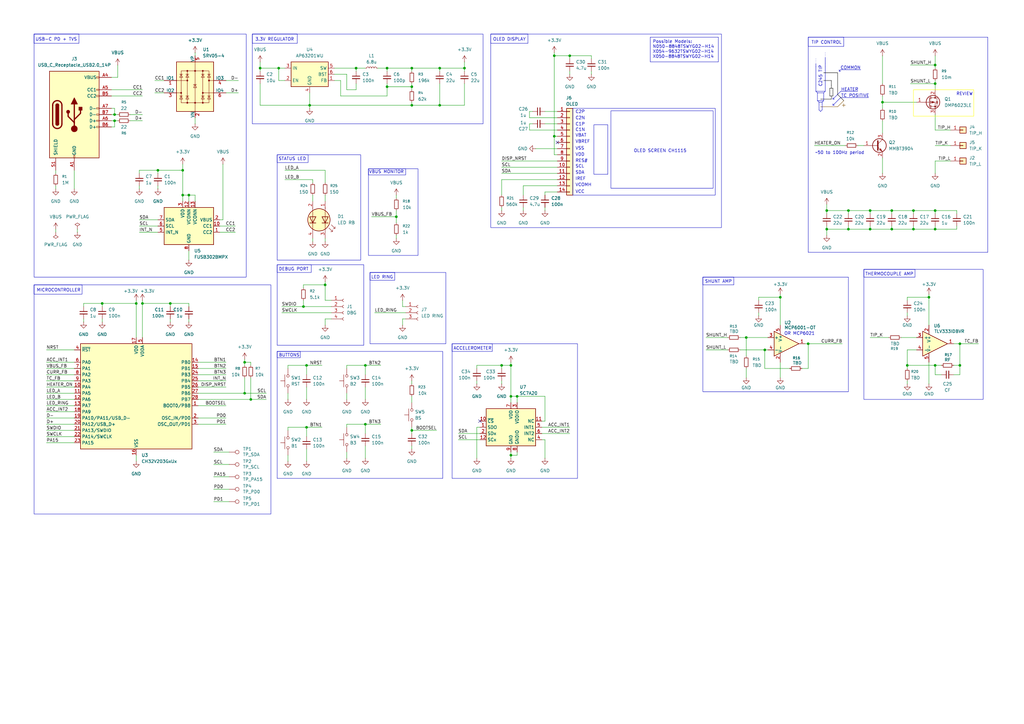
<source format=kicad_sch>
(kicad_sch
	(version 20250114)
	(generator "eeschema")
	(generator_version "9.0")
	(uuid "7095b018-eac3-4b01-b374-28e3216c4fd8")
	(paper "A3")
	
	(rectangle
		(start 288.29 113.665)
		(end 300.99 116.84)
		(stroke
			(width 0)
			(type default)
		)
		(fill
			(type none)
		)
		(uuid 1c73c902-a47e-4afe-a3a2-fdff9ad372a7)
	)
	(rectangle
		(start 185.42 140.97)
		(end 236.855 196.215)
		(stroke
			(width 0)
			(type default)
		)
		(fill
			(type none)
		)
		(uuid 25f66d05-38b5-4a17-99c1-8cad2c92cd3e)
	)
	(rectangle
		(start 113.665 63.5)
		(end 147.955 106.68)
		(stroke
			(width 0)
			(type default)
		)
		(fill
			(type none)
		)
		(uuid 322512cd-be35-4610-a4dc-a49cc7393b31)
	)
	(rectangle
		(start 13.97 13.97)
		(end 100.965 113.665)
		(stroke
			(width 0)
			(type default)
		)
		(fill
			(type none)
		)
		(uuid 34cfca7f-b72a-4261-a704-f33e6bc4b279)
	)
	(rectangle
		(start 185.42 140.97)
		(end 201.93 144.145)
		(stroke
			(width 0)
			(type default)
		)
		(fill
			(type none)
		)
		(uuid 37b1d202-d0af-4356-9cea-c5377ffdf5c6)
	)
	(rectangle
		(start 151.13 69.215)
		(end 166.37 71.755)
		(stroke
			(width 0)
			(type default)
		)
		(fill
			(type none)
		)
		(uuid 3ff5b4ba-34b9-4474-bd0b-2b540e2050a9)
	)
	(rectangle
		(start 354.33 110.49)
		(end 375.285 113.665)
		(stroke
			(width 0)
			(type default)
		)
		(fill
			(type none)
		)
		(uuid 411456a7-808a-4a99-b2e7-4b00b0660778)
	)
	(rectangle
		(start 113.665 144.145)
		(end 123.19 146.685)
		(stroke
			(width 0)
			(type default)
		)
		(fill
			(type none)
		)
		(uuid 51756553-69aa-4f9f-a31a-a60fa2c78053)
	)
	(rectangle
		(start 113.665 108.585)
		(end 149.225 141.605)
		(stroke
			(width 0)
			(type default)
		)
		(fill
			(type none)
		)
		(uuid 5ccf0a54-c09c-402b-8c12-180398bcf0c0)
	)
	(rectangle
		(start 331.47 15.24)
		(end 405.13 103.505)
		(stroke
			(width 0)
			(type default)
		)
		(fill
			(type none)
		)
		(uuid 608eefcd-9544-4ff5-9fa6-1a03cdb2edc0)
	)
	(rectangle
		(start 331.47 15.24)
		(end 346.075 19.05)
		(stroke
			(width 0)
			(type default)
		)
		(fill
			(type none)
		)
		(uuid 75245947-4db9-4c11-bcdd-4d111a323943)
	)
	(rectangle
		(start 151.765 111.76)
		(end 182.88 140.97)
		(stroke
			(width 0)
			(type default)
		)
		(fill
			(type none)
		)
		(uuid 7ca7d888-0de2-4ee4-9e02-bce99f6c7310)
	)
	(rectangle
		(start 13.97 116.84)
		(end 33.655 120.65)
		(stroke
			(width 0)
			(type default)
		)
		(fill
			(type none)
		)
		(uuid 7d5ee34c-3c30-4116-b034-575f8f5cbca0)
	)
	(rectangle
		(start 113.665 144.145)
		(end 181.61 196.215)
		(stroke
			(width 0)
			(type default)
		)
		(fill
			(type none)
		)
		(uuid 9c119ec4-7162-4594-9de4-9af2e8ac3469)
	)
	(rectangle
		(start 103.505 13.97)
		(end 121.92 17.78)
		(stroke
			(width 0)
			(type default)
		)
		(fill
			(type none)
		)
		(uuid 9d5c2b83-1ad1-4eb5-9c00-115d7cfbb819)
	)
	(rectangle
		(start 113.665 63.5)
		(end 126.365 66.675)
		(stroke
			(width 0)
			(type default)
		)
		(fill
			(type none)
		)
		(uuid 9db6c295-f05a-42de-905b-8e483d00bc1c)
	)
	(rectangle
		(start 354.33 110.49)
		(end 403.225 163.83)
		(stroke
			(width 0)
			(type default)
		)
		(fill
			(type none)
		)
		(uuid a57dfd79-f7b7-44cf-be58-21e0757161fa)
	)
	(rectangle
		(start 13.97 116.84)
		(end 111.125 210.82)
		(stroke
			(width 0)
			(type default)
		)
		(fill
			(type none)
		)
		(uuid a66c837f-d550-4ad5-b67a-1a34b6eaed03)
	)
	(rectangle
		(start 250.571 45.466)
		(end 292.481 77.216)
		(stroke
			(width 0)
			(type default)
		)
		(fill
			(type none)
		)
		(uuid b323df54-646c-4c42-ac5d-c702f5da28df)
	)
	(rectangle
		(start 13.97 13.97)
		(end 32.385 17.78)
		(stroke
			(width 0)
			(type default)
		)
		(fill
			(type none)
		)
		(uuid b41c86f7-a703-4da7-9c7c-3d6f2dbdab0b)
	)
	(rectangle
		(start 151.765 111.76)
		(end 161.925 114.935)
		(stroke
			(width 0)
			(type default)
		)
		(fill
			(type none)
		)
		(uuid bb60d903-b4fc-4579-917b-d8b1327cda5c)
	)
	(rectangle
		(start 374.65 36.83)
		(end 399.415 47.625)
		(stroke
			(width 0)
			(type solid)
			(color 255 255 0 1)
		)
		(fill
			(type none)
		)
		(uuid c22a7ad6-2aff-46c3-80ab-906a8ac47d0b)
	)
	(rectangle
		(start 234.95 44.45)
		(end 293.37 80.01)
		(stroke
			(width 0)
			(type default)
		)
		(fill
			(type none)
		)
		(uuid c7ed09f4-c5b0-447c-8527-2fd1a9942fc7)
	)
	(rectangle
		(start 201.295 13.97)
		(end 295.91 93.345)
		(stroke
			(width 0)
			(type default)
		)
		(fill
			(type none)
		)
		(uuid c86b0301-7b25-4d55-b6bd-bf1af0f3ea13)
	)
	(rectangle
		(start 243.586 51.181)
		(end 249.301 71.501)
		(stroke
			(width 0)
			(type default)
		)
		(fill
			(type none)
		)
		(uuid cc173c2c-4802-4b85-8dc1-c0ed1e2586ae)
	)
	(rectangle
		(start 151.13 69.215)
		(end 171.45 104.775)
		(stroke
			(width 0)
			(type default)
		)
		(fill
			(type none)
		)
		(uuid d2b50b41-845d-4a0b-ad88-942dbe8a9ea1)
	)
	(rectangle
		(start 113.665 108.585)
		(end 127.635 111.76)
		(stroke
			(width 0)
			(type default)
		)
		(fill
			(type none)
		)
		(uuid d42d397b-7d5e-44b0-98a1-cec60f91a733)
	)
	(rectangle
		(start 103.505 13.97)
		(end 198.12 50.8)
		(stroke
			(width 0)
			(type default)
		)
		(fill
			(type none)
		)
		(uuid d5e44070-3c31-4662-9265-15546dcb33a9)
	)
	(rectangle
		(start 201.295 13.97)
		(end 216.535 17.78)
		(stroke
			(width 0)
			(type default)
		)
		(fill
			(type none)
		)
		(uuid df873f2f-b2dc-4231-b391-da9722f3ee43)
	)
	(rectangle
		(start 288.29 113.665)
		(end 347.98 160.655)
		(stroke
			(width 0)
			(type default)
		)
		(fill
			(type none)
		)
		(uuid f4d05ad1-2d39-4c92-a424-b21a1915e749)
	)
	(text "COMMON"
		(exclude_from_sim no)
		(at 344.678 27.94 0)
		(effects
			(font
				(size 1.27 1.27)
			)
			(justify left)
		)
		(uuid "0da803d8-6a61-4b47-b3c4-8c42b4ebcdd7")
	)
	(text "~50 to 100Hz period"
		(exclude_from_sim no)
		(at 344.424 62.738 0)
		(effects
			(font
				(size 1.27 1.27)
			)
		)
		(uuid "0da88a4e-8094-41f6-a13c-7ae12789683b")
	)
	(text "3.3V REGULATOR"
		(exclude_from_sim no)
		(at 104.648 16.256 0)
		(effects
			(font
				(size 1.27 1.27)
			)
			(justify left)
		)
		(uuid "270c64e9-acc9-4bdf-adf9-51e85a7cfae3")
	)
	(text "C2N"
		(exclude_from_sim no)
		(at 235.966 48.514 0)
		(effects
			(font
				(size 1.27 1.27)
			)
			(justify left)
		)
		(uuid "303735e4-f194-4e97-9ddd-7741146e5965")
	)
	(text "OR MCP6021"
		(exclude_from_sim no)
		(at 327.914 136.906 0)
		(effects
			(font
				(size 1.27 1.27)
			)
		)
		(uuid "3b0bba77-4da6-417e-ba61-6edac674827f")
	)
	(text "USB-C PD + TVS"
		(exclude_from_sim no)
		(at 14.478 16.256 0)
		(effects
			(font
				(size 1.27 1.27)
			)
			(justify left)
		)
		(uuid "3b53ae36-2320-46df-8526-8d2b0e4cd267")
	)
	(text "REVIEW"
		(exclude_from_sim no)
		(at 392.176 38.608 0)
		(effects
			(font
				(size 1.27 1.27)
			)
			(justify left)
		)
		(uuid "42fa48d8-1d5b-4e58-9cd6-33bb9802ca23")
	)
	(text "BUTTONS"
		(exclude_from_sim no)
		(at 114.3 145.796 0)
		(effects
			(font
				(size 1.27 1.27)
			)
			(justify left)
		)
		(uuid "4ff0d853-92f6-4f02-aa33-1f252be5ef75")
	)
	(text "DEBUG PORT"
		(exclude_from_sim no)
		(at 114.3 110.49 0)
		(effects
			(font
				(size 1.27 1.27)
			)
			(justify left)
		)
		(uuid "5c2c7cad-81d2-418f-aeca-ca54c6312f8c")
	)
	(text "SCL"
		(exclude_from_sim no)
		(at 235.966 68.326 0)
		(effects
			(font
				(size 1.27 1.27)
			)
			(justify left)
		)
		(uuid "63c62cf3-4266-478a-9f68-199034fe5d8b")
	)
	(text "RES#"
		(exclude_from_sim no)
		(at 235.966 66.04 0)
		(effects
			(font
				(size 1.27 1.27)
			)
			(justify left)
		)
		(uuid "6ce3c0b9-bb73-4f4d-8996-df06398c02e3")
	)
	(text "C1P"
		(exclude_from_sim no)
		(at 235.966 51.054 0)
		(effects
			(font
				(size 1.27 1.27)
			)
			(justify left)
		)
		(uuid "6d196f00-fda4-408a-b16f-63e268646b7a")
	)
	(text "ACCELEROMETER"
		(exclude_from_sim no)
		(at 193.802 143.002 0)
		(effects
			(font
				(size 1.27 1.27)
			)
		)
		(uuid "6d3cce01-49eb-4036-848c-880563d726ff")
	)
	(text "HEATER"
		(exclude_from_sim no)
		(at 344.932 36.83 0)
		(effects
			(font
				(size 1.27 1.27)
			)
			(justify left)
		)
		(uuid "6f935533-365b-4490-a199-60d1f885e9c5")
	)
	(text "IREF"
		(exclude_from_sim no)
		(at 235.966 73.406 0)
		(effects
			(font
				(size 1.27 1.27)
			)
			(justify left)
		)
		(uuid "78269562-db7d-4f9c-9409-11de08793bfa")
	)
	(text "C1N"
		(exclude_from_sim no)
		(at 235.966 53.34 0)
		(effects
			(font
				(size 1.27 1.27)
			)
			(justify left)
		)
		(uuid "86eaf89d-7735-48bc-8adf-2c6d7e1c9267")
	)
	(text "C2P"
		(exclude_from_sim no)
		(at 235.966 45.974 0)
		(effects
			(font
				(size 1.27 1.27)
			)
			(justify left)
		)
		(uuid "88767c22-62f5-491f-8191-e622ce50d549")
	)
	(text "VDD"
		(exclude_from_sim no)
		(at 235.966 63.5 0)
		(effects
			(font
				(size 1.27 1.27)
			)
			(justify left)
		)
		(uuid "98ea20d6-f789-4c9a-9d2d-ddf9c4e55ce3")
	)
	(text "TC POSITIVE"
		(exclude_from_sim no)
		(at 344.932 39.37 0)
		(effects
			(font
				(size 1.27 1.27)
			)
			(justify left)
		)
		(uuid "9da3b577-a0bb-4c33-9c3c-e8388ac87829")
	)
	(text "OLED SCREEN CH1115"
		(exclude_from_sim no)
		(at 270.764 61.976 0)
		(effects
			(font
				(size 1.27 1.27)
			)
		)
		(uuid "a7d4d929-dbaa-411d-a847-37e4617db2b8")
	)
	(text "VCC"
		(exclude_from_sim no)
		(at 235.966 78.74 0)
		(effects
			(font
				(size 1.27 1.27)
			)
			(justify left)
		)
		(uuid "c0b5be38-ee7a-4c62-b666-9455a24b9bdf")
	)
	(text "TIP CONTROL"
		(exclude_from_sim no)
		(at 332.74 17.526 0)
		(effects
			(font
				(size 1.27 1.27)
			)
			(justify left)
		)
		(uuid "cbc624c8-2e49-4540-b1a0-5d8227d4665c")
	)
	(text "SDA"
		(exclude_from_sim no)
		(at 235.966 70.866 0)
		(effects
			(font
				(size 1.27 1.27)
			)
			(justify left)
		)
		(uuid "d1f23843-c159-4734-816f-e3ebdc7225d4")
	)
	(text "VBREF"
		(exclude_from_sim no)
		(at 235.966 58.166 0)
		(effects
			(font
				(size 1.27 1.27)
			)
			(justify left)
		)
		(uuid "dc92fbc2-eb7d-47ac-891e-6de1528c9506")
	)
	(text "SHUNT AMP"
		(exclude_from_sim no)
		(at 294.64 115.57 0)
		(effects
			(font
				(size 1.27 1.27)
			)
		)
		(uuid "df820a8a-db2f-421f-9d16-371dee1814e3")
	)
	(text "STATUS LED"
		(exclude_from_sim no)
		(at 119.888 65.278 0)
		(effects
			(font
				(size 1.27 1.27)
			)
		)
		(uuid "e08b0557-7c4e-4c2c-9d25-7e5a011c2beb")
	)
	(text "OLED DISPLAY"
		(exclude_from_sim no)
		(at 202.184 16.256 0)
		(effects
			(font
				(size 1.27 1.27)
			)
			(justify left)
		)
		(uuid "e1182865-9cf6-484e-b369-4d8124243a24")
	)
	(text "VBAT"
		(exclude_from_sim no)
		(at 235.966 55.626 0)
		(effects
			(font
				(size 1.27 1.27)
			)
			(justify left)
		)
		(uuid "e5136794-6a5a-4728-b4d0-e47266a8ec2c")
	)
	(text "VSS"
		(exclude_from_sim no)
		(at 235.966 60.96 0)
		(effects
			(font
				(size 1.27 1.27)
			)
			(justify left)
		)
		(uuid "e5277a5c-1568-43ec-ab65-5c403a9ddad3")
	)
	(text "VCOMH"
		(exclude_from_sim no)
		(at 235.966 75.946 0)
		(effects
			(font
				(size 1.27 1.27)
			)
			(justify left)
		)
		(uuid "e677c7ab-e79d-4a1c-8a88-4a56ca5d6b79")
	)
	(text "THERMOCOUPLE AMP"
		(exclude_from_sim no)
		(at 364.744 112.522 0)
		(effects
			(font
				(size 1.27 1.27)
			)
		)
		(uuid "e865e2d4-df9a-47d7-8bc3-1d543675c813")
	)
	(text "C245 TIP"
		(exclude_from_sim no)
		(at 336.55 31.242 90)
		(effects
			(font
				(size 1.27 1.27)
			)
		)
		(uuid "ec1ed9c1-072b-4c68-8764-5736b7bc8d68")
	)
	(text "LED RING"
		(exclude_from_sim no)
		(at 156.718 113.792 0)
		(effects
			(font
				(size 1.27 1.27)
			)
		)
		(uuid "eebaafe7-13f6-4495-a884-67f3bb5c6ce1")
	)
	(text "MICROCONTROLLER"
		(exclude_from_sim no)
		(at 14.986 119.126 0)
		(effects
			(font
				(size 1.27 1.27)
			)
			(justify left)
		)
		(uuid "f4202bbd-17db-406a-9b6f-417fe43fdaab")
	)
	(text "VBUS MONITOR"
		(exclude_from_sim no)
		(at 158.496 70.612 0)
		(effects
			(font
				(size 1.27 1.27)
			)
		)
		(uuid "f741b2f1-f711-4456-aa2d-f19417092858")
	)
	(text_box "Possible Models:\nN050-8848TSWYG02-H14\nX054-9632TSWYG02-H14\nX050-8848TSWYG02-H14"
		(exclude_from_sim no)
		(at 266.7 15.24 0)
		(size 27.94 10.16)
		(margins 0.9525 0.9525 0.9525 0.9525)
		(stroke
			(width 0)
			(type solid)
		)
		(fill
			(type none)
		)
		(effects
			(font
				(size 1.27 1.27)
			)
			(justify left top)
		)
		(uuid "aff1d92e-7948-41af-95d4-eec0b0d11729")
	)
	(junction
		(at 339.09 86.36)
		(diameter 0)
		(color 0 0 0 0)
		(uuid "0249d269-810c-4792-bcad-62c507e2feae")
	)
	(junction
		(at 383.54 34.29)
		(diameter 0)
		(color 0 0 0 0)
		(uuid "06f4ee53-3c6f-4b9e-acff-5c637dc2f0f0")
	)
	(junction
		(at 146.05 27.94)
		(diameter 0)
		(color 0 0 0 0)
		(uuid "0acd8611-5527-40f7-90a3-5c60d1adc1d0")
	)
	(junction
		(at 320.04 121.92)
		(diameter 0)
		(color 0 0 0 0)
		(uuid "0b83f2c9-b8b1-424d-9ef9-aa8bc46ee63d")
	)
	(junction
		(at 64.77 69.85)
		(diameter 0)
		(color 0 0 0 0)
		(uuid "0eb2511f-770f-4e80-b3a5-b4423ddd77df")
	)
	(junction
		(at 100.33 148.59)
		(diameter 0)
		(color 0 0 0 0)
		(uuid "22bc19a2-e590-4ae5-87e1-2c346112c753")
	)
	(junction
		(at 69.85 124.46)
		(diameter 0)
		(color 0 0 0 0)
		(uuid "37d3befb-311d-460b-9ac5-d3ced0bdc44b")
	)
	(junction
		(at 180.34 27.94)
		(diameter 0)
		(color 0 0 0 0)
		(uuid "3817e8f7-31fd-4a69-9b35-0a6889256219")
	)
	(junction
		(at 102.87 163.83)
		(diameter 0)
		(color 0 0 0 0)
		(uuid "39afbb62-f4d9-47c5-b1ec-6bf8308a9b0e")
	)
	(junction
		(at 374.65 86.36)
		(diameter 0)
		(color 0 0 0 0)
		(uuid "3e104a1b-7253-4537-8264-1c669770fc55")
	)
	(junction
		(at 381 121.92)
		(diameter 0)
		(color 0 0 0 0)
		(uuid "3f9bcc33-18ad-48ec-8047-f514eddb9bd3")
	)
	(junction
		(at 339.09 93.98)
		(diameter 0)
		(color 0 0 0 0)
		(uuid "43942d84-b87b-4f4a-adb8-d0b0fad21d24")
	)
	(junction
		(at 158.75 27.94)
		(diameter 0)
		(color 0 0 0 0)
		(uuid "4e457d4d-37fd-4b51-a420-85ebb8dc04c5")
	)
	(junction
		(at 365.76 93.98)
		(diameter 0)
		(color 0 0 0 0)
		(uuid "4fb70dd2-3e99-400e-97c5-a12f82607ede")
	)
	(junction
		(at 162.56 88.9)
		(diameter 0)
		(color 0 0 0 0)
		(uuid "5171e2df-ff89-449d-9837-899c8a33b75c")
	)
	(junction
		(at 383.54 93.98)
		(diameter 0)
		(color 0 0 0 0)
		(uuid "55503a9c-b6b6-4187-8267-b69ed226b524")
	)
	(junction
		(at 361.95 41.91)
		(diameter 0)
		(color 0 0 0 0)
		(uuid "55c48a4e-b496-4df9-98f9-8a2a30715d30")
	)
	(junction
		(at 168.91 35.56)
		(diameter 0)
		(color 0 0 0 0)
		(uuid "57d2e74f-9c65-42d1-a47a-8230db07f92e")
	)
	(junction
		(at 209.55 162.56)
		(diameter 0)
		(color 0 0 0 0)
		(uuid "589eff9d-eed1-4df5-98d6-26b7c768b426")
	)
	(junction
		(at 313.69 143.51)
		(diameter 0)
		(color 0 0 0 0)
		(uuid "5c6565bc-3073-4b42-a446-7197b95e4ab3")
	)
	(junction
		(at 205.74 149.86)
		(diameter 0)
		(color 0 0 0 0)
		(uuid "5d472d93-3e9e-480d-b6e3-607da5f4e83a")
	)
	(junction
		(at 46.99 49.53)
		(diameter 0)
		(color 0 0 0 0)
		(uuid "5e8d1cf7-167e-4030-9f28-7c115ea5395b")
	)
	(junction
		(at 227.33 55.88)
		(diameter 0)
		(color 0 0 0 0)
		(uuid "5fbb3de9-86ee-49ad-a284-eb55f1cc692a")
	)
	(junction
		(at 168.91 43.18)
		(diameter 0)
		(color 0 0 0 0)
		(uuid "660d2309-d1aa-4d86-b95c-854e50c0a293")
	)
	(junction
		(at 168.91 27.94)
		(diameter 0)
		(color 0 0 0 0)
		(uuid "691dc945-779c-4911-8f56-5300f4d58275")
	)
	(junction
		(at 233.68 22.86)
		(diameter 0)
		(color 0 0 0 0)
		(uuid "73b54f8a-8892-4f5c-ad2f-0a2e6cc384c3")
	)
	(junction
		(at 209.55 149.86)
		(diameter 0)
		(color 0 0 0 0)
		(uuid "763926b0-cdf8-4d42-8b23-3f6f38b641fc")
	)
	(junction
		(at 383.54 149.86)
		(diameter 0)
		(color 0 0 0 0)
		(uuid "77d052f3-f174-4ac4-b7f3-74fd8cd4f0e2")
	)
	(junction
		(at 125.73 149.86)
		(diameter 0)
		(color 0 0 0 0)
		(uuid "78d33da7-a1e8-49c9-8472-47cc82dec90b")
	)
	(junction
		(at 356.87 86.36)
		(diameter 0)
		(color 0 0 0 0)
		(uuid "79c391a9-2d95-4c3e-a922-b7e1f89f8cb2")
	)
	(junction
		(at 158.75 35.56)
		(diameter 0)
		(color 0 0 0 0)
		(uuid "85eb43cd-2fb7-4c1a-b0ce-7e338a2da686")
	)
	(junction
		(at 393.7 149.86)
		(diameter 0)
		(color 0 0 0 0)
		(uuid "879d8513-8c12-4c71-805b-cfd0566ce6a8")
	)
	(junction
		(at 347.98 93.98)
		(diameter 0)
		(color 0 0 0 0)
		(uuid "87dc4b49-25de-4f6d-adf7-8941fa901f8f")
	)
	(junction
		(at 372.11 149.86)
		(diameter 0)
		(color 0 0 0 0)
		(uuid "8891de76-9830-4ea1-acad-40e871562426")
	)
	(junction
		(at 100.33 161.29)
		(diameter 0)
		(color 0 0 0 0)
		(uuid "8f91cdd6-9b8f-41e7-aba5-783e4c94f1c2")
	)
	(junction
		(at 227.33 22.86)
		(diameter 0)
		(color 0 0 0 0)
		(uuid "9531702c-c6a6-4297-8a10-64a5c6fc90b3")
	)
	(junction
		(at 347.98 86.36)
		(diameter 0)
		(color 0 0 0 0)
		(uuid "963b4dc5-29f7-4f14-9341-7b3162f2c358")
	)
	(junction
		(at 365.76 86.36)
		(diameter 0)
		(color 0 0 0 0)
		(uuid "98b3589f-4017-4aba-83b6-53982e3e5cd4")
	)
	(junction
		(at 58.42 124.46)
		(diameter 0)
		(color 0 0 0 0)
		(uuid "98f8c9b4-0597-4d2a-816f-d2e5fe72d0f6")
	)
	(junction
		(at 306.07 138.43)
		(diameter 0)
		(color 0 0 0 0)
		(uuid "9bcd364d-f531-4b7f-8ea5-4b3ee103e967")
	)
	(junction
		(at 41.91 124.46)
		(diameter 0)
		(color 0 0 0 0)
		(uuid "9fa2ea7a-f50f-4f59-8f6e-1d8cc4b4f22f")
	)
	(junction
		(at 74.93 80.01)
		(diameter 0)
		(color 0 0 0 0)
		(uuid "a102cd63-af1a-49b4-9201-df06578d4c1f")
	)
	(junction
		(at 55.88 124.46)
		(diameter 0)
		(color 0 0 0 0)
		(uuid "a23046f4-c99a-453c-8805-8ecfd91f7491")
	)
	(junction
		(at 393.7 140.97)
		(diameter 0)
		(color 0 0 0 0)
		(uuid "aff6f7cf-f995-4965-9b70-2f6e1afd3257")
	)
	(junction
		(at 149.86 173.99)
		(diameter 0)
		(color 0 0 0 0)
		(uuid "b2f2f9fc-57ef-4819-a903-76576a3d51d6")
	)
	(junction
		(at 374.65 93.98)
		(diameter 0)
		(color 0 0 0 0)
		(uuid "ba3cb80e-2f56-46b8-a675-0ffd9ff134a3")
	)
	(junction
		(at 125.73 175.26)
		(diameter 0)
		(color 0 0 0 0)
		(uuid "bf198e04-4a01-4230-877f-f1ab43f756f2")
	)
	(junction
		(at 127 43.18)
		(diameter 0)
		(color 0 0 0 0)
		(uuid "d049456d-20ee-4308-a384-c295c5fb64a1")
	)
	(junction
		(at 77.47 80.01)
		(diameter 0)
		(color 0 0 0 0)
		(uuid "d075905e-0ee9-4e4e-bc8b-46248e59d6b7")
	)
	(junction
		(at 331.47 140.97)
		(diameter 0)
		(color 0 0 0 0)
		(uuid "d120f155-c747-46db-85bd-012ff6f955e2")
	)
	(junction
		(at 209.55 186.69)
		(diameter 0)
		(color 0 0 0 0)
		(uuid "d3c0ec6c-e13a-496a-ad1c-ba60afc46b96")
	)
	(junction
		(at 46.99 46.99)
		(diameter 0)
		(color 0 0 0 0)
		(uuid "d3cb3929-1383-43bf-9aa0-8d6179547879")
	)
	(junction
		(at 149.86 149.86)
		(diameter 0)
		(color 0 0 0 0)
		(uuid "d8814552-a2c0-4a06-a6ac-aee6b3d4aa8f")
	)
	(junction
		(at 383.54 26.67)
		(diameter 0)
		(color 0 0 0 0)
		(uuid "da3b297d-0923-4177-b028-d6cc65cf03d0")
	)
	(junction
		(at 74.93 69.85)
		(diameter 0)
		(color 0 0 0 0)
		(uuid "dced1970-c9d1-4fca-aa68-57578fbeec87")
	)
	(junction
		(at 133.35 116.84)
		(diameter 0)
		(color 0 0 0 0)
		(uuid "dd645f38-5944-4257-9764-2d12bcf783d9")
	)
	(junction
		(at 124.46 125.73)
		(diameter 0)
		(color 0 0 0 0)
		(uuid "e0c9883b-d031-4a61-9fde-76739f501e2c")
	)
	(junction
		(at 114.3 27.94)
		(diameter 0)
		(color 0 0 0 0)
		(uuid "e80bc681-7695-43f3-a2bd-d411c7e86409")
	)
	(junction
		(at 212.09 162.56)
		(diameter 0)
		(color 0 0 0 0)
		(uuid "ea9ea449-1699-40d7-8a1c-89a1d2111f96")
	)
	(junction
		(at 356.87 93.98)
		(diameter 0)
		(color 0 0 0 0)
		(uuid "ebc86db2-2764-4df6-9433-ecced69310ed")
	)
	(junction
		(at 180.34 43.18)
		(diameter 0)
		(color 0 0 0 0)
		(uuid "ec8bb7ea-113d-4365-8066-aafc3aac7c26")
	)
	(junction
		(at 383.54 86.36)
		(diameter 0)
		(color 0 0 0 0)
		(uuid "ed52385f-ebdf-4c3e-aebe-022c47113848")
	)
	(junction
		(at 106.68 27.94)
		(diameter 0)
		(color 0 0 0 0)
		(uuid "f1df4cab-d95d-4e21-b204-cc5686c3ccd2")
	)
	(junction
		(at 190.5 27.94)
		(diameter 0)
		(color 0 0 0 0)
		(uuid "fc01716d-5810-45c6-a767-917773e23e4b")
	)
	(junction
		(at 168.91 176.53)
		(diameter 0)
		(color 0 0 0 0)
		(uuid "fe9b1f2a-8aec-4aa7-8489-1f83d22307ee")
	)
	(no_connect
		(at 228.6 58.42)
		(uuid "8d801d13-32fe-4e34-8cc5-b8a86a497023")
	)
	(no_connect
		(at 196.85 172.72)
		(uuid "bb17c601-45a1-4eb6-aaaf-eada3efdd523")
	)
	(wire
		(pts
			(xy 100.33 161.29) (xy 109.22 161.29)
		)
		(stroke
			(width 0)
			(type default)
		)
		(uuid "00dc7f33-0b4e-4099-8479-24293b9aabac")
	)
	(wire
		(pts
			(xy 222.25 177.8) (xy 233.68 177.8)
		)
		(stroke
			(width 0)
			(type default)
		)
		(uuid "0156bf95-e162-433c-99c7-904c2f68448d")
	)
	(wire
		(pts
			(xy 389.89 66.04) (xy 383.54 66.04)
		)
		(stroke
			(width 0)
			(type default)
		)
		(uuid "01731df4-405d-4159-8024-ddbfe44e4824")
	)
	(wire
		(pts
			(xy 64.77 69.85) (xy 74.93 69.85)
		)
		(stroke
			(width 0)
			(type default)
		)
		(uuid "025a857f-ff99-4a77-a998-a26676ace4af")
	)
	(wire
		(pts
			(xy 195.58 175.26) (xy 196.85 175.26)
		)
		(stroke
			(width 0)
			(type default)
		)
		(uuid "03f9526b-c252-4cea-a8ec-81306ff6df76")
	)
	(wire
		(pts
			(xy 63.5 38.1) (xy 67.31 38.1)
		)
		(stroke
			(width 0)
			(type default)
		)
		(uuid "057a48eb-9b1d-42a5-bf44-6985b9321748")
	)
	(wire
		(pts
			(xy 331.47 151.13) (xy 331.47 140.97)
		)
		(stroke
			(width 0)
			(type default)
		)
		(uuid "05e89aa4-84da-405d-a1af-2a2d87ad272b")
	)
	(polyline
		(pts
			(xy 344.17 29.21) (xy 344.805 29.21)
		)
		(stroke
			(width 0)
			(type default)
		)
		(uuid "061e75a6-db12-4875-bb49-acc7a02aa4eb")
	)
	(wire
		(pts
			(xy 227.33 55.88) (xy 228.6 55.88)
		)
		(stroke
			(width 0)
			(type default)
		)
		(uuid "06a39b25-e5c0-48bf-8f66-6ff9e46efda7")
	)
	(wire
		(pts
			(xy 361.95 22.86) (xy 361.95 34.29)
		)
		(stroke
			(width 0)
			(type default)
		)
		(uuid "07213a78-02ed-408a-8a81-3c765c5554db")
	)
	(wire
		(pts
			(xy 195.58 151.13) (xy 195.58 149.86)
		)
		(stroke
			(width 0)
			(type default)
		)
		(uuid "074bf8ae-b429-4468-80bf-bdd7f8fd5829")
	)
	(polyline
		(pts
			(xy 343.535 29.845) (xy 343.535 38.735)
		)
		(stroke
			(width 0)
			(type solid)
			(color 0 0 0 1)
		)
		(uuid "076917fa-25ee-47d3-b2b0-165b02f01f24")
	)
	(wire
		(pts
			(xy 57.15 76.2) (xy 57.15 77.47)
		)
		(stroke
			(width 0)
			(type default)
		)
		(uuid "090443bb-96fb-4f06-ac72-191a7f6e15f4")
	)
	(wire
		(pts
			(xy 64.77 71.12) (xy 64.77 69.85)
		)
		(stroke
			(width 0)
			(type default)
		)
		(uuid "091a0324-90bb-4c31-8ec3-23e565103f1d")
	)
	(wire
		(pts
			(xy 96.52 95.25) (xy 90.17 95.25)
		)
		(stroke
			(width 0)
			(type default)
		)
		(uuid "091df10a-a778-479d-8cbf-324751cb3cc5")
	)
	(wire
		(pts
			(xy 187.96 180.34) (xy 196.85 180.34)
		)
		(stroke
			(width 0)
			(type default)
		)
		(uuid "093a4bfc-aabd-4586-948a-1580d9afeffa")
	)
	(wire
		(pts
			(xy 45.72 36.83) (xy 58.42 36.83)
		)
		(stroke
			(width 0)
			(type default)
		)
		(uuid "098337dc-d67f-4f92-9e59-aa0530495823")
	)
	(wire
		(pts
			(xy 303.53 143.51) (xy 313.69 143.51)
		)
		(stroke
			(width 0)
			(type default)
		)
		(uuid "0cad2886-a2e2-49af-b1ff-94b34171dd68")
	)
	(wire
		(pts
			(xy 81.28 158.75) (xy 92.71 158.75)
		)
		(stroke
			(width 0)
			(type default)
		)
		(uuid "0d0fb7d8-cf76-4ea3-b43e-0043f449d33e")
	)
	(wire
		(pts
			(xy 106.68 34.29) (xy 106.68 43.18)
		)
		(stroke
			(width 0)
			(type default)
		)
		(uuid "0d1da041-1604-484f-8588-64418e6780df")
	)
	(wire
		(pts
			(xy 118.11 151.13) (xy 118.11 149.86)
		)
		(stroke
			(width 0)
			(type default)
		)
		(uuid "0dd55898-d007-4228-b476-322990031a1f")
	)
	(polyline
		(pts
			(xy 349.25 40.005) (xy 356.235 40.005)
		)
		(stroke
			(width 0)
			(type default)
		)
		(uuid "0efdd063-1445-49ad-b269-05e1548bd623")
	)
	(wire
		(pts
			(xy 19.05 166.37) (xy 30.48 166.37)
		)
		(stroke
			(width 0)
			(type default)
		)
		(uuid "0f968ad1-38fa-43f3-a9ca-eaab57060db2")
	)
	(wire
		(pts
			(xy 214.63 85.09) (xy 214.63 86.36)
		)
		(stroke
			(width 0)
			(type default)
		)
		(uuid "0fdf5b0f-14a7-4ff5-aee8-91dcf3e80430")
	)
	(wire
		(pts
			(xy 168.91 35.56) (xy 158.75 35.56)
		)
		(stroke
			(width 0)
			(type default)
		)
		(uuid "1190a964-f3bd-43e5-a242-6444d80cf4b2")
	)
	(polyline
		(pts
			(xy 336.55 43.815) (xy 343.535 43.815)
		)
		(stroke
			(width 0)
			(type solid)
			(color 128 77 0 1)
		)
		(uuid "11cf35b8-cd1b-4b18-8246-50d401672c42")
	)
	(wire
		(pts
			(xy 372.11 149.86) (xy 372.11 143.51)
		)
		(stroke
			(width 0)
			(type default)
		)
		(uuid "12f02fb2-28a7-4766-ae13-424545151178")
	)
	(wire
		(pts
			(xy 209.55 162.56) (xy 209.55 165.1)
		)
		(stroke
			(width 0)
			(type default)
		)
		(uuid "135c080a-b87a-42f2-bd23-e8f54c5ee6c7")
	)
	(wire
		(pts
			(xy 165.1 133.35) (xy 165.1 130.81)
		)
		(stroke
			(width 0)
			(type default)
		)
		(uuid "13a8fbae-4055-4538-a775-7561035458e6")
	)
	(wire
		(pts
			(xy 128.27 80.01) (xy 128.27 82.55)
		)
		(stroke
			(width 0)
			(type default)
		)
		(uuid "140fa8d5-d1ac-448c-bfcf-ff319345db09")
	)
	(wire
		(pts
			(xy 393.7 149.86) (xy 393.7 140.97)
		)
		(stroke
			(width 0)
			(type default)
		)
		(uuid "1427c6b1-5293-499b-9663-f54121cc8ca4")
	)
	(wire
		(pts
			(xy 48.26 31.75) (xy 48.26 26.67)
		)
		(stroke
			(width 0)
			(type default)
		)
		(uuid "14b83c6b-fa77-4ec1-b020-d89f490dd1db")
	)
	(wire
		(pts
			(xy 374.65 92.71) (xy 374.65 93.98)
		)
		(stroke
			(width 0)
			(type default)
		)
		(uuid "14f4beaa-5919-48a6-bf5e-868152fe82b7")
	)
	(wire
		(pts
			(xy 365.76 86.36) (xy 365.76 87.63)
		)
		(stroke
			(width 0)
			(type default)
		)
		(uuid "154f7824-5e3a-4df6-a265-e8ad4cf18628")
	)
	(wire
		(pts
			(xy 190.5 29.21) (xy 190.5 27.94)
		)
		(stroke
			(width 0)
			(type default)
		)
		(uuid "155b1d5e-708a-4b39-a799-f05173edbf39")
	)
	(wire
		(pts
			(xy 381 120.65) (xy 381 121.92)
		)
		(stroke
			(width 0)
			(type default)
		)
		(uuid "16a235b6-6479-41c3-934b-5990cd87fafe")
	)
	(wire
		(pts
			(xy 227.33 55.88) (xy 227.33 63.5)
		)
		(stroke
			(width 0)
			(type default)
		)
		(uuid "16a6ad92-1a6b-4d2b-93f1-5652f5947dbb")
	)
	(wire
		(pts
			(xy 168.91 29.21) (xy 168.91 27.94)
		)
		(stroke
			(width 0)
			(type default)
		)
		(uuid "16beecb1-a5ab-433f-9aa9-d5c8af0be23d")
	)
	(polyline
		(pts
			(xy 345.44 43.18) (xy 346.71 43.18)
		)
		(stroke
			(width 0)
			(type solid)
			(color 128 77 0 1)
		)
		(uuid "17532791-aaa0-48e6-a3d3-84b5cfe2ffdf")
	)
	(wire
		(pts
			(xy 87.63 205.74) (xy 93.98 205.74)
		)
		(stroke
			(width 0)
			(type default)
		)
		(uuid "17c09d63-4f8c-4d97-9c64-a3bd4dd82600")
	)
	(wire
		(pts
			(xy 45.72 52.07) (xy 46.99 52.07)
		)
		(stroke
			(width 0)
			(type default)
		)
		(uuid "18438b3a-827e-4972-b4d2-e39627126fd2")
	)
	(wire
		(pts
			(xy 19.05 161.29) (xy 30.48 161.29)
		)
		(stroke
			(width 0)
			(type default)
		)
		(uuid "185cc638-609c-4acf-9a83-434d47f9bece")
	)
	(wire
		(pts
			(xy 373.38 34.29) (xy 383.54 34.29)
		)
		(stroke
			(width 0)
			(type default)
		)
		(uuid "191e8f1b-e026-4cf9-9cb9-19eac445eae5")
	)
	(wire
		(pts
			(xy 142.24 161.29) (xy 142.24 163.83)
		)
		(stroke
			(width 0)
			(type default)
		)
		(uuid "1a08e192-3ede-459c-841e-9f0c19ec1e3e")
	)
	(wire
		(pts
			(xy 19.05 176.53) (xy 30.48 176.53)
		)
		(stroke
			(width 0)
			(type default)
		)
		(uuid "1a675778-1e38-4114-a392-a674b2dc8fa9")
	)
	(wire
		(pts
			(xy 102.87 149.86) (xy 102.87 148.59)
		)
		(stroke
			(width 0)
			(type default)
		)
		(uuid "1beeb275-c1cd-4b8f-a12a-830eb9c2286d")
	)
	(wire
		(pts
			(xy 81.28 173.99) (xy 92.71 173.99)
		)
		(stroke
			(width 0)
			(type default)
		)
		(uuid "1c31a3a0-71be-4869-aecb-fe7720f70370")
	)
	(polyline
		(pts
			(xy 340.995 34.925) (xy 340.995 36.195)
		)
		(stroke
			(width 0)
			(type solid)
			(color 0 0 0 1)
		)
		(uuid "1cb32bb3-76dc-4823-be3a-ee1c82fb9d6e")
	)
	(wire
		(pts
			(xy 168.91 43.18) (xy 127 43.18)
		)
		(stroke
			(width 0)
			(type default)
		)
		(uuid "1efe1ac7-40f4-4f17-9d42-17e1c9f0de6b")
	)
	(polyline
		(pts
			(xy 344.17 29.21) (xy 344.805 28.575)
		)
		(stroke
			(width 0)
			(type default)
		)
		(uuid "1fc62f63-6cba-4ff0-930d-1f292e0bfa84")
	)
	(wire
		(pts
			(xy 81.28 156.21) (xy 92.71 156.21)
		)
		(stroke
			(width 0)
			(type default)
		)
		(uuid "1fd72b09-6ab8-4dc4-8f0b-ca67c9a74253")
	)
	(wire
		(pts
			(xy 57.15 71.12) (xy 57.15 69.85)
		)
		(stroke
			(width 0)
			(type default)
		)
		(uuid "202b5c7b-0b11-4522-bc46-256551c46d63")
	)
	(wire
		(pts
			(xy 116.84 27.94) (xy 114.3 27.94)
		)
		(stroke
			(width 0)
			(type default)
		)
		(uuid "202f5003-0a48-4fcb-962b-eb5d0b2eea8c")
	)
	(wire
		(pts
			(xy 383.54 53.34) (xy 389.89 53.34)
		)
		(stroke
			(width 0)
			(type default)
		)
		(uuid "206812ad-99c8-4641-84e7-7df86ad62159")
	)
	(polyline
		(pts
			(xy 334.645 37.465) (xy 338.455 37.465)
		)
		(stroke
			(width 0)
			(type default)
		)
		(uuid "20c289f8-34a5-48ed-8d32-b4b9e5521011")
	)
	(wire
		(pts
			(xy 77.47 102.87) (xy 77.47 106.68)
		)
		(stroke
			(width 0)
			(type default)
		)
		(uuid "21a2f101-e4da-4991-a949-92df212cf85b")
	)
	(polyline
		(pts
			(xy 344.805 28.575) (xy 353.06 28.575)
		)
		(stroke
			(width 0)
			(type default)
		)
		(uuid "225ad2a0-3f91-4b41-b14c-33002ef325b8")
	)
	(wire
		(pts
			(xy 180.34 43.18) (xy 168.91 43.18)
		)
		(stroke
			(width 0)
			(type default)
		)
		(uuid "228d2b28-0e5e-4a0f-9a64-60ca034456d5")
	)
	(wire
		(pts
			(xy 22.86 69.85) (xy 22.86 71.12)
		)
		(stroke
			(width 0)
			(type default)
		)
		(uuid "22ceb097-bc74-4764-aecd-0b980944d711")
	)
	(wire
		(pts
			(xy 383.54 59.69) (xy 389.89 59.69)
		)
		(stroke
			(width 0)
			(type default)
		)
		(uuid "234d1ba8-847a-498b-b1ae-e4eb0f0e2c2e")
	)
	(polyline
		(pts
			(xy 343.535 43.815) (xy 346.075 41.275)
		)
		(stroke
			(width 0)
			(type solid)
			(color 128 77 0 1)
		)
		(uuid "23b27315-c748-4e5f-bfe8-f12b825cfb87")
	)
	(wire
		(pts
			(xy 374.65 86.36) (xy 383.54 86.36)
		)
		(stroke
			(width 0)
			(type default)
		)
		(uuid "241d78ea-2de2-4188-aaa5-4924dd6609f2")
	)
	(wire
		(pts
			(xy 168.91 34.29) (xy 168.91 35.56)
		)
		(stroke
			(width 0)
			(type default)
		)
		(uuid "24d5a81f-7436-4451-bff0-11fbe42d2c28")
	)
	(wire
		(pts
			(xy 383.54 22.86) (xy 383.54 26.67)
		)
		(stroke
			(width 0)
			(type default)
		)
		(uuid "2593c66c-8e0c-4cae-943a-7ead78f05fe5")
	)
	(wire
		(pts
			(xy 339.09 92.71) (xy 339.09 93.98)
		)
		(stroke
			(width 0)
			(type default)
		)
		(uuid "262148e9-abf9-4df4-8abe-6bc1166237b2")
	)
	(wire
		(pts
			(xy 125.73 175.26) (xy 132.08 175.26)
		)
		(stroke
			(width 0)
			(type default)
		)
		(uuid "27851202-de10-4bda-a7a1-86d90d3431e9")
	)
	(wire
		(pts
			(xy 118.11 186.69) (xy 118.11 189.23)
		)
		(stroke
			(width 0)
			(type default)
		)
		(uuid "281d0dee-0d42-447c-96a0-518527b352a7")
	)
	(wire
		(pts
			(xy 386.08 153.67) (xy 383.54 153.67)
		)
		(stroke
			(width 0)
			(type default)
		)
		(uuid "28f9a714-ce47-4a87-9eba-39a2e1e51e21")
	)
	(wire
		(pts
			(xy 158.75 39.37) (xy 139.7 39.37)
		)
		(stroke
			(width 0)
			(type default)
		)
		(uuid "296133f5-2a32-47e9-994c-67f3c4c032fa")
	)
	(wire
		(pts
			(xy 46.99 44.45) (xy 46.99 46.99)
		)
		(stroke
			(width 0)
			(type default)
		)
		(uuid "2b6c7f04-a093-4524-90eb-496f9f787527")
	)
	(wire
		(pts
			(xy 205.74 73.66) (xy 205.74 80.01)
		)
		(stroke
			(width 0)
			(type default)
		)
		(uuid "2c6750b6-74c7-4d32-8f14-8af4353a5366")
	)
	(wire
		(pts
			(xy 127 43.18) (xy 127 44.45)
		)
		(stroke
			(width 0)
			(type default)
		)
		(uuid "2caf9a90-c3fc-4061-b393-2a0dec203c07")
	)
	(wire
		(pts
			(xy 365.76 86.36) (xy 374.65 86.36)
		)
		(stroke
			(width 0)
			(type default)
		)
		(uuid "2d9677a5-5e87-4fa5-92ae-254525c90d11")
	)
	(wire
		(pts
			(xy 383.54 66.04) (xy 383.54 71.12)
		)
		(stroke
			(width 0)
			(type default)
		)
		(uuid "2e30f3cc-d7f2-4ca4-85fa-9f0e1ff2f599")
	)
	(wire
		(pts
			(xy 118.11 176.53) (xy 118.11 175.26)
		)
		(stroke
			(width 0)
			(type default)
		)
		(uuid "2ee4ebfa-2b1b-4192-baa0-8298861d736b")
	)
	(wire
		(pts
			(xy 45.72 31.75) (xy 48.26 31.75)
		)
		(stroke
			(width 0)
			(type default)
		)
		(uuid "2f68ac55-2ae3-4fdc-bcfb-21f448f1abfc")
	)
	(wire
		(pts
			(xy 19.05 168.91) (xy 30.48 168.91)
		)
		(stroke
			(width 0)
			(type default)
		)
		(uuid "2fdf26ff-e34d-47ed-b024-4ecb4d28caf6")
	)
	(wire
		(pts
			(xy 209.55 148.59) (xy 209.55 149.86)
		)
		(stroke
			(width 0)
			(type default)
		)
		(uuid "2ff8f590-a0dd-4986-b523-e06c9b3827a0")
	)
	(polyline
		(pts
			(xy 334.645 24.13) (xy 334.645 26.035)
		)
		(stroke
			(width 0)
			(type dot)
		)
		(uuid "30942881-eef2-4f32-b0ca-a19e1cdb685d")
	)
	(wire
		(pts
			(xy 133.35 123.19) (xy 133.35 116.84)
		)
		(stroke
			(width 0)
			(type default)
		)
		(uuid "3096bc9d-6be7-44be-98b5-33a16aea1377")
	)
	(wire
		(pts
			(xy 146.05 36.83) (xy 142.24 36.83)
		)
		(stroke
			(width 0)
			(type default)
		)
		(uuid "326fcbeb-6568-414a-bae2-3482d5ca26c6")
	)
	(wire
		(pts
			(xy 125.73 149.86) (xy 132.08 149.86)
		)
		(stroke
			(width 0)
			(type default)
		)
		(uuid "32d5cc01-ee94-45c4-a12d-2c72da32da8f")
	)
	(wire
		(pts
			(xy 80.01 21.59) (xy 80.01 22.86)
		)
		(stroke
			(width 0)
			(type default)
		)
		(uuid "332c40c9-53b6-4990-8852-02f33f5188d4")
	)
	(wire
		(pts
			(xy 100.33 154.94) (xy 100.33 161.29)
		)
		(stroke
			(width 0)
			(type default)
		)
		(uuid "3355cf20-4f86-473a-8cad-ce6847f6a0c1")
	)
	(wire
		(pts
			(xy 205.74 151.13) (xy 205.74 149.86)
		)
		(stroke
			(width 0)
			(type default)
		)
		(uuid "34170387-03a3-4d7d-9f6a-9db512b2f47f")
	)
	(wire
		(pts
			(xy 311.15 121.92) (xy 320.04 121.92)
		)
		(stroke
			(width 0)
			(type default)
		)
		(uuid "345fd9b9-1984-433d-a9e0-ef9f08691e20")
	)
	(wire
		(pts
			(xy 124.46 123.19) (xy 124.46 125.73)
		)
		(stroke
			(width 0)
			(type default)
		)
		(uuid "3489d8e5-ab2a-461f-baae-51519db62919")
	)
	(wire
		(pts
			(xy 168.91 162.56) (xy 168.91 165.1)
		)
		(stroke
			(width 0)
			(type default)
		)
		(uuid "354a48c2-fb32-4581-9fe6-6cca8deaea5e")
	)
	(wire
		(pts
			(xy 114.3 27.94) (xy 106.68 27.94)
		)
		(stroke
			(width 0)
			(type default)
		)
		(uuid "35fc1e6c-2319-48d6-b1ef-3f4c892dc210")
	)
	(wire
		(pts
			(xy 351.79 59.69) (xy 354.33 59.69)
		)
		(stroke
			(width 0)
			(type default)
		)
		(uuid "3810f2bb-82da-4973-8a29-cbb4318d6b51")
	)
	(wire
		(pts
			(xy 106.68 27.94) (xy 106.68 29.21)
		)
		(stroke
			(width 0)
			(type default)
		)
		(uuid "3855a61f-666e-4706-aff6-2793b5d48fb3")
	)
	(wire
		(pts
			(xy 80.01 48.26) (xy 80.01 50.8)
		)
		(stroke
			(width 0)
			(type default)
		)
		(uuid "3884bd08-970a-4525-a7ae-3d118eacfc46")
	)
	(polyline
		(pts
			(xy 336.55 45.72) (xy 335.915 45.085)
		)
		(stroke
			(width 0)
			(type default)
		)
		(uuid "39a12aa5-75fa-4b65-96a9-f0b6425df50e")
	)
	(wire
		(pts
			(xy 81.28 163.83) (xy 102.87 163.83)
		)
		(stroke
			(width 0)
			(type default)
		)
		(uuid "3b2755e3-1aad-493d-a2e7-3f4591a11d7c")
	)
	(wire
		(pts
			(xy 87.63 190.5) (xy 93.98 190.5)
		)
		(stroke
			(width 0)
			(type default)
		)
		(uuid "3bd21cd8-27e7-4425-90d9-0c1fa6bca675")
	)
	(wire
		(pts
			(xy 180.34 29.21) (xy 180.34 27.94)
		)
		(stroke
			(width 0)
			(type default)
		)
		(uuid "3be291d1-3abb-48c6-8d25-0c043a9fcb68")
	)
	(wire
		(pts
			(xy 228.6 53.34) (xy 217.17 53.34)
		)
		(stroke
			(width 0)
			(type default)
		)
		(uuid "3cc74a2e-0fe8-421a-b5ee-daa8e8b3a712")
	)
	(wire
		(pts
			(xy 102.87 154.94) (xy 102.87 163.83)
		)
		(stroke
			(width 0)
			(type default)
		)
		(uuid "3d66e467-5e98-4d44-9cd7-d42b374333f2")
	)
	(wire
		(pts
			(xy 222.25 175.26) (xy 233.68 175.26)
		)
		(stroke
			(width 0)
			(type default)
		)
		(uuid "3dfd848b-4804-469d-ba55-8f1198f28669")
	)
	(wire
		(pts
			(xy 80.01 82.55) (xy 80.01 80.01)
		)
		(stroke
			(width 0)
			(type default)
		)
		(uuid "3e4e7e11-8ad6-4786-a34f-fff983e1eca2")
	)
	(wire
		(pts
			(xy 124.46 118.11) (xy 124.46 116.84)
		)
		(stroke
			(width 0)
			(type default)
		)
		(uuid "3e76c288-adb1-4feb-9b70-bff9966bc496")
	)
	(wire
		(pts
			(xy 339.09 86.36) (xy 347.98 86.36)
		)
		(stroke
			(width 0)
			(type default)
		)
		(uuid "3ecf81df-9e81-47a2-bb7f-3e3b31d22ef4")
	)
	(polyline
		(pts
			(xy 337.82 38.1) (xy 338.455 37.465)
		)
		(stroke
			(width 0)
			(type default)
		)
		(uuid "3f1ed005-b0c4-40ad-9197-7ee26953d7dd")
	)
	(wire
		(pts
			(xy 53.34 49.53) (xy 58.42 49.53)
		)
		(stroke
			(width 0)
			(type default)
		)
		(uuid "3fb95421-59f4-497f-8b94-8962c1179ed1")
	)
	(polyline
		(pts
			(xy 335.915 41.91) (xy 337.185 41.91)
		)
		(stroke
			(width 0)
			(type default)
		)
		(uuid "408fde12-3570-41a6-a6b3-a9a07b0b2765")
	)
	(wire
		(pts
			(xy 34.29 124.46) (xy 41.91 124.46)
		)
		(stroke
			(width 0)
			(type default)
		)
		(uuid "40920f53-5818-408c-bc37-08872dc5c2db")
	)
	(wire
		(pts
			(xy 223.52 180.34) (xy 223.52 187.96)
		)
		(stroke
			(width 0)
			(type default)
		)
		(uuid "40b028e4-52bf-4d41-b4ef-331b7c9a978e")
	)
	(wire
		(pts
			(xy 77.47 82.55) (xy 77.47 80.01)
		)
		(stroke
			(width 0)
			(type default)
		)
		(uuid "423877f7-3964-4207-bf01-049fd7af0054")
	)
	(wire
		(pts
			(xy 19.05 171.45) (xy 30.48 171.45)
		)
		(stroke
			(width 0)
			(type default)
		)
		(uuid "42f132ab-3d88-4d94-a4be-5fc595d1db7a")
	)
	(wire
		(pts
			(xy 222.25 180.34) (xy 223.52 180.34)
		)
		(stroke
			(width 0)
			(type default)
		)
		(uuid "435771e7-7406-4d64-854d-386effbd573f")
	)
	(wire
		(pts
			(xy 45.72 39.37) (xy 58.42 39.37)
		)
		(stroke
			(width 0)
			(type default)
		)
		(uuid "44f9df40-5b32-48e7-b548-a32438cf0dfd")
	)
	(wire
		(pts
			(xy 106.68 43.18) (xy 127 43.18)
		)
		(stroke
			(width 0)
			(type default)
		)
		(uuid "4565d69f-09cb-47a5-b4c9-ecffd44c036a")
	)
	(wire
		(pts
			(xy 81.28 151.13) (xy 92.71 151.13)
		)
		(stroke
			(width 0)
			(type default)
		)
		(uuid "4596f730-10f5-40fb-b4a9-9bd59c991688")
	)
	(wire
		(pts
			(xy 115.57 125.73) (xy 124.46 125.73)
		)
		(stroke
			(width 0)
			(type default)
		)
		(uuid "45bd1a1a-91e4-470b-8d51-c9ea56fa7bc9")
	)
	(wire
		(pts
			(xy 116.84 69.85) (xy 133.35 69.85)
		)
		(stroke
			(width 0)
			(type default)
		)
		(uuid "467589a1-9d6d-4a0a-aa5f-d004dc89f68b")
	)
	(wire
		(pts
			(xy 233.68 29.21) (xy 233.68 30.48)
		)
		(stroke
			(width 0)
			(type default)
		)
		(uuid "46dd8646-50ac-4ac6-9c60-c9a27d511d5f")
	)
	(wire
		(pts
			(xy 46.99 46.99) (xy 48.26 46.99)
		)
		(stroke
			(width 0)
			(type default)
		)
		(uuid "477f52c3-2d50-4858-b854-31927f0e8c86")
	)
	(wire
		(pts
			(xy 128.27 97.79) (xy 128.27 99.06)
		)
		(stroke
			(width 0)
			(type default)
		)
		(uuid "4797132b-5845-4af5-accd-70346f8a850f")
	)
	(polyline
		(pts
			(xy 337.185 41.91) (xy 337.82 41.275)
		)
		(stroke
			(width 0)
			(type default)
		)
		(uuid "487c6231-1773-4b77-8a90-2b51324542fb")
	)
	(wire
		(pts
			(xy 223.52 78.74) (xy 223.52 80.01)
		)
		(stroke
			(width 0)
			(type default)
		)
		(uuid "4be25685-095f-4656-b86d-69637547dd3b")
	)
	(wire
		(pts
			(xy 168.91 156.21) (xy 168.91 157.48)
		)
		(stroke
			(width 0)
			(type default)
		)
		(uuid "4d8edea8-699a-4e89-8ff5-620c6f2f73c6")
	)
	(wire
		(pts
			(xy 383.54 33.02) (xy 383.54 34.29)
		)
		(stroke
			(width 0)
			(type default)
		)
		(uuid "4e2ac0b7-72b3-459a-b597-cd3d26e93fa0")
	)
	(wire
		(pts
			(xy 339.09 86.36) (xy 339.09 87.63)
		)
		(stroke
			(width 0)
			(type default)
		)
		(uuid "4e99a8fd-f4d3-4c17-848b-2698530b5197")
	)
	(wire
		(pts
			(xy 139.7 33.02) (xy 137.16 33.02)
		)
		(stroke
			(width 0)
			(type default)
		)
		(uuid "4f4b934f-7d9e-412b-a153-41f1a475441a")
	)
	(wire
		(pts
			(xy 168.91 35.56) (xy 168.91 36.83)
		)
		(stroke
			(width 0)
			(type default)
		)
		(uuid "4f4c64e9-e529-4f2c-af20-cc0cf916c658")
	)
	(wire
		(pts
			(xy 180.34 34.29) (xy 180.34 43.18)
		)
		(stroke
			(width 0)
			(type default)
		)
		(uuid "507295aa-769d-4e4c-bb64-5cef23014ec1")
	)
	(wire
		(pts
			(xy 233.68 22.86) (xy 242.57 22.86)
		)
		(stroke
			(width 0)
			(type default)
		)
		(uuid "50f5870c-dfc9-4c5e-8373-f3177df46256")
	)
	(wire
		(pts
			(xy 383.54 153.67) (xy 383.54 149.86)
		)
		(stroke
			(width 0)
			(type default)
		)
		(uuid "52b05445-eba3-468e-a8e4-7f5fee37bfa3")
	)
	(wire
		(pts
			(xy 306.07 138.43) (xy 306.07 146.05)
		)
		(stroke
			(width 0)
			(type default)
		)
		(uuid "52d58dd6-1042-4106-a2ca-7c9ba803fa92")
	)
	(wire
		(pts
			(xy 205.74 66.04) (xy 228.6 66.04)
		)
		(stroke
			(width 0)
			(type default)
		)
		(uuid "540bbf13-80aa-48fb-9f7d-839a09a5e5d1")
	)
	(wire
		(pts
			(xy 228.6 73.66) (xy 205.74 73.66)
		)
		(stroke
			(width 0)
			(type default)
		)
		(uuid "5441edd1-fe7e-4fc1-8c5a-7afde3fde38f")
	)
	(polyline
		(pts
			(xy 346.075 43.18) (xy 346.075 43.815)
		)
		(stroke
			(width 0)
			(type solid)
			(color 128 77 0 1)
		)
		(uuid "549f7d33-df1a-4157-b27b-cda644c8c858")
	)
	(wire
		(pts
			(xy 190.5 25.4) (xy 190.5 27.94)
		)
		(stroke
			(width 0)
			(type default)
		)
		(uuid "54d507c3-f99a-4d75-bf17-a1f8bb163e4a")
	)
	(wire
		(pts
			(xy 339.09 93.98) (xy 339.09 96.52)
		)
		(stroke
			(width 0)
			(type default)
		)
		(uuid "554e0618-b875-42f8-ad02-976aa2b894f8")
	)
	(wire
		(pts
			(xy 217.17 53.34) (xy 217.17 50.8)
		)
		(stroke
			(width 0)
			(type default)
		)
		(uuid "55888b6b-83fa-452a-ac63-f7c4165439be")
	)
	(wire
		(pts
			(xy 212.09 162.56) (xy 209.55 162.56)
		)
		(stroke
			(width 0)
			(type default)
		)
		(uuid "56c01bcc-786b-47f7-8417-e078665f707d")
	)
	(polyline
		(pts
			(xy 338.455 27.305) (xy 338.455 37.465)
		)
		(stroke
			(width 0)
			(type default)
		)
		(uuid "571ad815-3560-4869-9402-9e035e073bee")
	)
	(polyline
		(pts
			(xy 335.28 41.275) (xy 337.82 41.275)
		)
		(stroke
			(width 0)
			(type default)
		)
		(uuid "575c8698-c27c-4d0c-8e94-26ba33b37ef2")
	)
	(polyline
		(pts
			(xy 341.63 43.18) (xy 342.265 43.18)
		)
		(stroke
			(width 0)
			(type default)
		)
		(uuid "57756501-698a-4c0b-9d6b-350e98eae3bb")
	)
	(wire
		(pts
			(xy 45.72 49.53) (xy 46.99 49.53)
		)
		(stroke
			(width 0)
			(type default)
		)
		(uuid "58311d62-5209-4668-8c0a-0688eaefff65")
	)
	(wire
		(pts
			(xy 383.54 26.67) (xy 383.54 27.94)
		)
		(stroke
			(width 0)
			(type default)
		)
		(uuid "58968a90-dfd8-4d8a-981a-cdef6b967627")
	)
	(wire
		(pts
			(xy 383.54 34.29) (xy 383.54 36.83)
		)
		(stroke
			(width 0)
			(type default)
		)
		(uuid "591cae72-0a14-4e66-bbb9-110a18613b22")
	)
	(wire
		(pts
			(xy 133.35 74.93) (xy 133.35 69.85)
		)
		(stroke
			(width 0)
			(type default)
		)
		(uuid "5959516d-9af5-44a7-a255-680a22169a97")
	)
	(wire
		(pts
			(xy 383.54 86.36) (xy 392.43 86.36)
		)
		(stroke
			(width 0)
			(type default)
		)
		(uuid "5a74eb0b-c91b-4e33-b7bb-b5a46a7c806c")
	)
	(wire
		(pts
			(xy 393.7 140.97) (xy 391.16 140.97)
		)
		(stroke
			(width 0)
			(type default)
		)
		(uuid "5bc55678-cc1b-41c6-993b-a76fa6e6464d")
	)
	(wire
		(pts
			(xy 19.05 158.75) (xy 30.48 158.75)
		)
		(stroke
			(width 0)
			(type default)
		)
		(uuid "5c1e8120-e4de-4d75-9341-62a75d8b27c3")
	)
	(wire
		(pts
			(xy 374.65 93.98) (xy 383.54 93.98)
		)
		(stroke
			(width 0)
			(type default)
		)
		(uuid "5c70efff-75bf-414e-849c-79e888f7986f")
	)
	(wire
		(pts
			(xy 289.56 143.51) (xy 298.45 143.51)
		)
		(stroke
			(width 0)
			(type default)
		)
		(uuid "5f8486ba-7d56-400f-8372-2815ace3beb1")
	)
	(wire
		(pts
			(xy 31.75 93.98) (xy 31.75 95.25)
		)
		(stroke
			(width 0)
			(type default)
		)
		(uuid "5fc7002c-30aa-4fce-b12e-77acff85c4d9")
	)
	(wire
		(pts
			(xy 96.52 92.71) (xy 90.17 92.71)
		)
		(stroke
			(width 0)
			(type default)
		)
		(uuid "5fc7ec45-e75e-479f-b9b5-d2ccd90b6511")
	)
	(wire
		(pts
			(xy 383.54 46.99) (xy 383.54 53.34)
		)
		(stroke
			(width 0)
			(type default)
		)
		(uuid "6086ee51-bac4-45cf-8a42-d3fa11bcca9c")
	)
	(wire
		(pts
			(xy 30.48 69.85) (xy 30.48 77.47)
		)
		(stroke
			(width 0)
			(type default)
		)
		(uuid "60ebfe2a-283b-49d8-a3ea-22439dc77e00")
	)
	(wire
		(pts
			(xy 139.7 39.37) (xy 139.7 33.02)
		)
		(stroke
			(width 0)
			(type default)
		)
		(uuid "61200c40-d0fe-4545-9bab-84dfe13b8dc8")
	)
	(wire
		(pts
			(xy 187.96 177.8) (xy 196.85 177.8)
		)
		(stroke
			(width 0)
			(type default)
		)
		(uuid "614acc5a-4cf6-4c10-a747-b1df3dda8ff6")
	)
	(wire
		(pts
			(xy 386.08 149.86) (xy 383.54 149.86)
		)
		(stroke
			(width 0)
			(type default)
		)
		(uuid "61f8d715-a3cd-4601-8d26-cb542f53ba57")
	)
	(wire
		(pts
			(xy 162.56 88.9) (xy 162.56 91.44)
		)
		(stroke
			(width 0)
			(type default)
		)
		(uuid "6397af5a-08a9-42d3-bb0b-fea69a22c4ea")
	)
	(polyline
		(pts
			(xy 340.36 36.195) (xy 340.36 39.37)
		)
		(stroke
			(width 0)
			(type solid)
			(color 0 0 0 1)
		)
		(uuid "63b461f6-5ab5-4796-9441-c155e909f964")
	)
	(wire
		(pts
			(xy 81.28 171.45) (xy 92.71 171.45)
		)
		(stroke
			(width 0)
			(type default)
		)
		(uuid "642d3b9f-9732-4877-9fa9-a9ab8e68b763")
	)
	(wire
		(pts
			(xy 311.15 123.19) (xy 311.15 121.92)
		)
		(stroke
			(width 0)
			(type default)
		)
		(uuid "6481e171-81bd-4301-a961-8be99cb058db")
	)
	(wire
		(pts
			(xy 361.95 49.53) (xy 361.95 54.61)
		)
		(stroke
			(width 0)
			(type default)
		)
		(uuid "65067f35-6358-4648-9733-1bc0b85de47a")
	)
	(wire
		(pts
			(xy 74.93 67.31) (xy 74.93 69.85)
		)
		(stroke
			(width 0)
			(type default)
		)
		(uuid "6566d4d8-578a-4a44-abb7-ed872c6232ee")
	)
	(polyline
		(pts
			(xy 338.455 21.59) (xy 338.455 23.495)
		)
		(stroke
			(width 0)
			(type dot)
		)
		(uuid "66639c5d-93c2-4d52-8aa3-12b7a8d9ea2c")
	)
	(wire
		(pts
			(xy 365.76 92.71) (xy 365.76 93.98)
		)
		(stroke
			(width 0)
			(type default)
		)
		(uuid "673bfe2d-0b58-4c85-8237-a21838f239d6")
	)
	(wire
		(pts
			(xy 69.85 124.46) (xy 77.47 124.46)
		)
		(stroke
			(width 0)
			(type default)
		)
		(uuid "67ac4f45-f94b-4d64-a8f8-b56a7d1f8f3a")
	)
	(wire
		(pts
			(xy 356.87 138.43) (xy 364.49 138.43)
		)
		(stroke
			(width 0)
			(type default)
		)
		(uuid "6877e51c-f850-4d92-8c67-038d3df6cb8e")
	)
	(wire
		(pts
			(xy 391.16 149.86) (xy 393.7 149.86)
		)
		(stroke
			(width 0)
			(type default)
		)
		(uuid "68a50ccc-1d89-40bb-8a14-99387f9c146f")
	)
	(wire
		(pts
			(xy 19.05 153.67) (xy 30.48 153.67)
		)
		(stroke
			(width 0)
			(type default)
		)
		(uuid "6a1ceffb-e856-4e66-b477-66d5a2166ca4")
	)
	(wire
		(pts
			(xy 133.35 97.79) (xy 133.35 99.06)
		)
		(stroke
			(width 0)
			(type default)
		)
		(uuid "6a3f9f11-fcd4-433d-a02d-1391f90196b1")
	)
	(wire
		(pts
			(xy 331.47 140.97) (xy 330.2 140.97)
		)
		(stroke
			(width 0)
			(type default)
		)
		(uuid "6aad0020-e788-4f02-b50c-140e89ff9339")
	)
	(wire
		(pts
			(xy 356.87 86.36) (xy 356.87 87.63)
		)
		(stroke
			(width 0)
			(type default)
		)
		(uuid "6ab2adcd-6434-4661-b905-c595da864480")
	)
	(wire
		(pts
			(xy 391.16 153.67) (xy 393.7 153.67)
		)
		(stroke
			(width 0)
			(type default)
		)
		(uuid "6ab9b9bb-4e97-4ed2-ba2d-d26db0add8fe")
	)
	(wire
		(pts
			(xy 146.05 27.94) (xy 146.05 29.21)
		)
		(stroke
			(width 0)
			(type default)
		)
		(uuid "6b2cc09f-85f9-44c3-90b1-d76f6aea9e17")
	)
	(wire
		(pts
			(xy 81.28 153.67) (xy 92.71 153.67)
		)
		(stroke
			(width 0)
			(type default)
		)
		(uuid "6b7860e6-c1b4-4006-9bda-be6baf859e32")
	)
	(polyline
		(pts
			(xy 340.995 33.02) (xy 340.995 34.925)
		)
		(stroke
			(width 0)
			(type solid)
			(color 0 0 0 1)
		)
		(uuid "6bdda582-7c9f-4441-ac2f-ee9b117c09c0")
	)
	(wire
		(pts
			(xy 158.75 34.29) (xy 158.75 35.56)
		)
		(stroke
			(width 0)
			(type default)
		)
		(uuid "6c09848a-e484-4122-b858-fd7144ecd0eb")
	)
	(polyline
		(pts
			(xy 341.63 40.64) (xy 344.805 37.465)
		)
		(stroke
			(width 0)
			(type default)
		)
		(uuid "6d80542c-2999-4f9b-aa5f-f055acd1c8a8")
	)
	(wire
		(pts
			(xy 135.89 123.19) (xy 133.35 123.19)
		)
		(stroke
			(width 0)
			(type default)
		)
		(uuid "6e110847-8cbf-4cf4-8d2b-907c9068415d")
	)
	(polyline
		(pts
			(xy 346.075 41.275) (xy 343.535 38.735)
		)
		(stroke
			(width 0)
			(type solid)
			(color 0 0 0 1)
		)
		(uuid "6e6e7268-fae5-4265-960d-3748293c67c7")
	)
	(wire
		(pts
			(xy 320.04 120.65) (xy 320.04 121.92)
		)
		(stroke
			(width 0)
			(type default)
		)
		(uuid "6e765c9c-cc5b-4cf5-a60a-ae191e88e545")
	)
	(wire
		(pts
			(xy 92.71 33.02) (xy 97.79 33.02)
		)
		(stroke
			(width 0)
			(type default)
		)
		(uuid "6e8184e3-feb1-4a07-9950-4b7fed300aa3")
	)
	(polyline
		(pts
			(xy 338.455 27.305) (xy 338.455 26.035)
		)
		(stroke
			(width 0)
			(type default)
		)
		(uuid "6ede3b25-3de1-49d0-9ce7-8bd06a40acc5")
	)
	(wire
		(pts
			(xy 168.91 182.88) (xy 168.91 184.15)
		)
		(stroke
			(width 0)
			(type default)
		)
		(uuid "6f629b57-b81b-459e-be10-4380b7eec933")
	)
	(wire
		(pts
			(xy 209.55 186.69) (xy 212.09 186.69)
		)
		(stroke
			(width 0)
			(type default)
		)
		(uuid "6f7c7049-27c4-4d37-8f0f-bf8db1973b0c")
	)
	(wire
		(pts
			(xy 209.55 185.42) (xy 209.55 186.69)
		)
		(stroke
			(width 0)
			(type default)
		)
		(uuid "6fe4d7ed-c537-4a7b-9044-0f1e36bf3f61")
	)
	(wire
		(pts
			(xy 209.55 186.69) (xy 209.55 187.96)
		)
		(stroke
			(width 0)
			(type default)
		)
		(uuid "712b6bf0-76d9-46ea-9980-61eb1a4be18b")
	)
	(wire
		(pts
			(xy 392.43 93.98) (xy 392.43 92.71)
		)
		(stroke
			(width 0)
			(type default)
		)
		(uuid "72c2202c-050f-42b2-a323-e04e9d3de9be")
	)
	(wire
		(pts
			(xy 64.77 92.71) (xy 57.15 92.71)
		)
		(stroke
			(width 0)
			(type default)
		)
		(uuid "72c816a2-4dc6-4574-a053-ae62b2970ce5")
	)
	(wire
		(pts
			(xy 219.71 60.96) (xy 228.6 60.96)
		)
		(stroke
			(width 0)
			(type default)
		)
		(uuid "73449969-0eac-498f-b335-e5a07a59a742")
	)
	(wire
		(pts
			(xy 133.35 80.01) (xy 133.35 82.55)
		)
		(stroke
			(width 0)
			(type default)
		)
		(uuid "76ae03d8-9c34-4e6c-a0fe-807072ec8cb2")
	)
	(wire
		(pts
			(xy 347.98 92.71) (xy 347.98 93.98)
		)
		(stroke
			(width 0)
			(type default)
		)
		(uuid "77891feb-6efa-4a85-abdc-4e6319d97243")
	)
	(wire
		(pts
			(xy 142.24 185.42) (xy 142.24 187.96)
		)
		(stroke
			(width 0)
			(type default)
		)
		(uuid "7827c55c-e4b8-49c3-a40b-fd21768412ac")
	)
	(wire
		(pts
			(xy 64.77 90.17) (xy 57.15 90.17)
		)
		(stroke
			(width 0)
			(type default)
		)
		(uuid "7872f445-b045-4bd6-b9de-f1fe308550bb")
	)
	(wire
		(pts
			(xy 212.09 185.42) (xy 212.09 186.69)
		)
		(stroke
			(width 0)
			(type default)
		)
		(uuid "7a9d56f4-3284-4497-bfd6-e7c5efd306f3")
	)
	(wire
		(pts
			(xy 195.58 187.96) (xy 195.58 175.26)
		)
		(stroke
			(width 0)
			(type default)
		)
		(uuid "7ae1744f-79d6-4454-83e6-233a2c316fd9")
	)
	(wire
		(pts
			(xy 46.99 52.07) (xy 46.99 49.53)
		)
		(stroke
			(width 0)
			(type default)
		)
		(uuid "7b43b79b-7973-410e-a5fd-5c15f09efbcb")
	)
	(wire
		(pts
			(xy 137.16 27.94) (xy 146.05 27.94)
		)
		(stroke
			(width 0)
			(type default)
		)
		(uuid "7bb4f50a-c062-4c2f-819c-5bcdc59c99d6")
	)
	(wire
		(pts
			(xy 356.87 92.71) (xy 356.87 93.98)
		)
		(stroke
			(width 0)
			(type default)
		)
		(uuid "7bd48004-2a4c-42d9-baa8-0552f8665acd")
	)
	(wire
		(pts
			(xy 233.68 22.86) (xy 227.33 22.86)
		)
		(stroke
			(width 0)
			(type default)
		)
		(uuid "7bd4966d-938f-4200-9b08-302ea25ee25a")
	)
	(wire
		(pts
			(xy 361.95 41.91) (xy 361.95 44.45)
		)
		(stroke
			(width 0)
			(type default)
		)
		(uuid "7c7c64fd-d109-4d26-93c0-c614c56b54a2")
	)
	(wire
		(pts
			(xy 58.42 124.46) (xy 69.85 124.46)
		)
		(stroke
			(width 0)
			(type default)
		)
		(uuid "7d34d147-e8f6-48ad-8eaa-e250118be149")
	)
	(wire
		(pts
			(xy 223.52 162.56) (xy 212.09 162.56)
		)
		(stroke
			(width 0)
			(type default)
		)
		(uuid "7efe48b3-bd10-4fa7-a728-827300d3a961")
	)
	(wire
		(pts
			(xy 142.24 36.83) (xy 142.24 30.48)
		)
		(stroke
			(width 0)
			(type default)
		)
		(uuid "7f65df16-a42c-4a8e-8dc7-b3d5fe966a9b")
	)
	(wire
		(pts
			(xy 205.74 156.21) (xy 205.74 157.48)
		)
		(stroke
			(width 0)
			(type default)
		)
		(uuid "7fabdafb-ec86-48d8-ac12-a29783a16de1")
	)
	(polyline
		(pts
			(xy 340.36 36.195) (xy 341.63 36.195)
		)
		(stroke
			(width 0)
			(type solid)
			(color 0 0 0 1)
		)
		(uuid "80f503d6-c0ee-4ccd-b634-59cb27330c62")
	)
	(wire
		(pts
			(xy 22.86 76.2) (xy 22.86 77.47)
		)
		(stroke
			(width 0)
			(type default)
		)
		(uuid "813bdb8e-5a6c-43bb-b4a2-22afde741b3d")
	)
	(polyline
		(pts
			(xy 337.185 42.545) (xy 337.185 41.91)
		)
		(stroke
			(width 0)
			(type default)
		)
		(uuid "814d2266-e2df-4495-8f76-6992d8700564")
	)
	(wire
		(pts
			(xy 158.75 27.94) (xy 158.75 29.21)
		)
		(stroke
			(width 0)
			(type default)
		)
		(uuid "8178755c-dd9b-46a1-bfb6-ebabdf75e012")
	)
	(wire
		(pts
			(xy 166.37 125.73) (xy 165.1 125.73)
		)
		(stroke
			(width 0)
			(type default)
		)
		(uuid "819a1b87-e268-4205-b417-008dd6af6278")
	)
	(wire
		(pts
			(xy 19.05 156.21) (xy 30.48 156.21)
		)
		(stroke
			(width 0)
			(type default)
		)
		(uuid "827b7001-ad2e-40d4-8f8e-eb427f94f4ec")
	)
	(wire
		(pts
			(xy 91.44 90.17) (xy 91.44 67.31)
		)
		(stroke
			(width 0)
			(type default)
		)
		(uuid "844db607-857b-4f19-8561-f30c1a256c24")
	)
	(wire
		(pts
			(xy 149.86 177.8) (xy 149.86 173.99)
		)
		(stroke
			(width 0)
			(type default)
		)
		(uuid "847df206-ec04-4e1c-b684-3dc3d56d2aaf")
	)
	(wire
		(pts
			(xy 190.5 43.18) (xy 180.34 43.18)
		)
		(stroke
			(width 0)
			(type default)
		)
		(uuid "854567d1-8dab-4c13-af67-a16698cfa832")
	)
	(wire
		(pts
			(xy 118.11 175.26) (xy 125.73 175.26)
		)
		(stroke
			(width 0)
			(type default)
		)
		(uuid "85b251e6-4f26-476e-9439-bbdede2e9f1a")
	)
	(wire
		(pts
			(xy 69.85 130.81) (xy 69.85 132.08)
		)
		(stroke
			(width 0)
			(type default)
		)
		(uuid "88f72db0-e893-4d59-90c6-fdfe36a66f32")
	)
	(polyline
		(pts
			(xy 337.82 29.845) (xy 343.535 29.845)
		)
		(stroke
			(width 0)
			(type solid)
			(color 0 0 0 1)
		)
		(uuid "890d465e-67d7-46b2-a765-9d9f1a2a1ebd")
	)
	(wire
		(pts
			(xy 87.63 200.66) (xy 93.98 200.66)
		)
		(stroke
			(width 0)
			(type default)
		)
		(uuid "8920a08c-ec8b-4142-81da-9e7e39f2e20f")
	)
	(wire
		(pts
			(xy 209.55 149.86) (xy 209.55 162.56)
		)
		(stroke
			(width 0)
			(type default)
		)
		(uuid "894a55f1-f1ea-4613-8e68-a82d3a69ff2b")
	)
	(wire
		(pts
			(xy 152.4 88.9) (xy 162.56 88.9)
		)
		(stroke
			(width 0)
			(type default)
		)
		(uuid "89f83234-99f7-40b8-a17e-4fc826fc2d23")
	)
	(polyline
		(pts
			(xy 341.63 43.18) (xy 344.805 40.005)
		)
		(stroke
			(width 0)
			(type default)
		)
		(uuid "8a3d2a95-4469-498c-a9ad-b5ac41496c10")
	)
	(polyline
		(pts
			(xy 340.995 39.37) (xy 340.995 40.64)
		)
		(stroke
			(width 0)
			(type solid)
			(color 0 0 0 1)
		)
		(uuid "8af335d1-edce-4f71-bf34-f28141cb4933")
	)
	(wire
		(pts
			(xy 331.47 151.13) (xy 328.93 151.13)
		)
		(stroke
			(width 0)
			(type default)
		)
		(uuid "8b0fb3cd-fced-478b-9792-a2eb2beb83e9")
	)
	(wire
		(pts
			(xy 217.17 50.8) (xy 218.44 50.8)
		)
		(stroke
			(width 0)
			(type default)
		)
		(uuid "8d90686a-1b7b-46d8-9605-35ef3a60e9b8")
	)
	(wire
		(pts
			(xy 80.01 80.01) (xy 77.47 80.01)
		)
		(stroke
			(width 0)
			(type default)
		)
		(uuid "8e2bd752-df80-490a-ba34-26c5efdbb3bb")
	)
	(wire
		(pts
			(xy 133.35 115.57) (xy 133.35 116.84)
		)
		(stroke
			(width 0)
			(type default)
		)
		(uuid "8e30e20a-f421-469e-a43d-87c72ed92c51")
	)
	(wire
		(pts
			(xy 41.91 125.73) (xy 41.91 124.46)
		)
		(stroke
			(width 0)
			(type default)
		)
		(uuid "8e7d27bb-80ad-43b8-9676-0e63b90258a8")
	)
	(wire
		(pts
			(xy 55.88 124.46) (xy 55.88 138.43)
		)
		(stroke
			(width 0)
			(type default)
		)
		(uuid "8e8efe52-4cfb-415c-8390-bb6d0da96e21")
	)
	(wire
		(pts
			(xy 41.91 130.81) (xy 41.91 132.08)
		)
		(stroke
			(width 0)
			(type default)
		)
		(uuid "9006d618-c30c-491a-8f72-ec49e7c9a66f")
	)
	(wire
		(pts
			(xy 125.73 179.07) (xy 125.73 175.26)
		)
		(stroke
			(width 0)
			(type default)
		)
		(uuid "90ada3c6-e8da-42b8-be46-eb62ecdbff97")
	)
	(wire
		(pts
			(xy 356.87 93.98) (xy 365.76 93.98)
		)
		(stroke
			(width 0)
			(type default)
		)
		(uuid "90d007d1-a403-435c-a243-c0c44df791d9")
	)
	(wire
		(pts
			(xy 217.17 45.72) (xy 218.44 45.72)
		)
		(stroke
			(width 0)
			(type default)
		)
		(uuid "91522e8c-e6c7-4820-b177-1697a23cc4c8")
	)
	(wire
		(pts
			(xy 233.68 24.13) (xy 233.68 22.86)
		)
		(stroke
			(width 0)
			(type default)
		)
		(uuid "923821ad-d0a6-40fa-a5a4-acd33f815f19")
	)
	(wire
		(pts
			(xy 142.24 149.86) (xy 149.86 149.86)
		)
		(stroke
			(width 0)
			(type default)
		)
		(uuid "92fdb7b6-4222-48b4-8591-ada885532a51")
	)
	(wire
		(pts
			(xy 168.91 41.91) (xy 168.91 43.18)
		)
		(stroke
			(width 0)
			(type default)
		)
		(uuid "93521c10-6c6d-4578-9a69-91a458568039")
	)
	(wire
		(pts
			(xy 19.05 163.83) (xy 30.48 163.83)
		)
		(stroke
			(width 0)
			(type default)
		)
		(uuid "93767d9e-f80b-457d-95c4-690cac5cf9c2")
	)
	(wire
		(pts
			(xy 356.87 86.36) (xy 365.76 86.36)
		)
		(stroke
			(width 0)
			(type default)
		)
		(uuid "938e8ba4-0289-44b2-8742-21e7bf039524")
	)
	(wire
		(pts
			(xy 106.68 25.4) (xy 106.68 27.94)
		)
		(stroke
			(width 0)
			(type default)
		)
		(uuid "94bd4779-feff-4524-a558-18575ee150a0")
	)
	(wire
		(pts
			(xy 223.52 45.72) (xy 228.6 45.72)
		)
		(stroke
			(width 0)
			(type default)
		)
		(uuid "94c24fe5-1b06-485b-90d1-b62bab0b44af")
	)
	(wire
		(pts
			(xy 133.35 130.81) (xy 133.35 133.35)
		)
		(stroke
			(width 0)
			(type default)
		)
		(uuid "95172df5-d932-418e-a9a6-9adc7908ebaf")
	)
	(wire
		(pts
			(xy 205.74 71.12) (xy 228.6 71.12)
		)
		(stroke
			(width 0)
			(type default)
		)
		(uuid "95babfc4-ef4d-4f35-beb0-b6e4d69bf7e2")
	)
	(polyline
		(pts
			(xy 335.28 41.275) (xy 335.28 38.1)
		)
		(stroke
			(width 0)
			(type default)
		)
		(uuid "96c966a5-1247-4ff5-8758-481ba027e4be")
	)
	(wire
		(pts
			(xy 374.65 86.36) (xy 374.65 87.63)
		)
		(stroke
			(width 0)
			(type default)
		)
		(uuid "976136c9-02fc-42ef-a173-623b983a0b32")
	)
	(polyline
		(pts
			(xy 335.28 38.1) (xy 337.82 38.1)
		)
		(stroke
			(width 0)
			(type default)
		)
		(uuid "98657162-43ca-46c9-bd21-1755ee6571c5")
	)
	(wire
		(pts
			(xy 347.98 93.98) (xy 356.87 93.98)
		)
		(stroke
			(width 0)
			(type default)
		)
		(uuid "98938391-b490-499a-a418-61eff7a7d498")
	)
	(wire
		(pts
			(xy 306.07 138.43) (xy 314.96 138.43)
		)
		(stroke
			(width 0)
			(type default)
		)
		(uuid "99554758-503f-4481-91a8-2dff8fdc9975")
	)
	(wire
		(pts
			(xy 91.44 90.17) (xy 90.17 90.17)
		)
		(stroke
			(width 0)
			(type default)
		)
		(uuid "99d531b5-60a4-44cf-a44b-f7a3f1319925")
	)
	(wire
		(pts
			(xy 19.05 173.99) (xy 30.48 173.99)
		)
		(stroke
			(width 0)
			(type default)
		)
		(uuid "9b51c926-4106-4ba2-b193-e9f118fb0577")
	)
	(wire
		(pts
			(xy 361.95 64.77) (xy 361.95 71.12)
		)
		(stroke
			(width 0)
			(type default)
		)
		(uuid "9c560818-88de-4b40-a45d-189443f0bf6a")
	)
	(wire
		(pts
			(xy 242.57 29.21) (xy 242.57 30.48)
		)
		(stroke
			(width 0)
			(type default)
		)
		(uuid "9d0bf35d-b4fa-42a2-826d-3e54553f6b83")
	)
	(wire
		(pts
			(xy 373.38 26.67) (xy 383.54 26.67)
		)
		(stroke
			(width 0)
			(type default)
		)
		(uuid "9d45c0e5-8a99-4d64-bce1-6e79ef8bccdd")
	)
	(wire
		(pts
			(xy 58.42 123.19) (xy 58.42 124.46)
		)
		(stroke
			(width 0)
			(type default)
		)
		(uuid "9d5c9b91-7d14-4222-b06c-bd18df33c1b7")
	)
	(polyline
		(pts
			(xy 341.63 40.005) (xy 341.63 40.64)
		)
		(stroke
			(width 0)
			(type default)
		)
		(uuid "9de4d3b9-e715-4e38-a49b-2d2dabc860fe")
	)
	(polyline
		(pts
			(xy 340.36 39.37) (xy 341.63 39.37)
		)
		(stroke
			(width 0)
			(type solid)
			(color 0 0 0 1)
		)
		(uuid "9f522f92-40d1-40bf-b74e-2f9131c7829f")
	)
	(wire
		(pts
			(xy 369.57 138.43) (xy 375.92 138.43)
		)
		(stroke
			(width 0)
			(type default)
		)
		(uuid "a0150d98-2dcb-4357-b67d-3558150e7bf6")
	)
	(wire
		(pts
			(xy 217.17 48.26) (xy 217.17 45.72)
		)
		(stroke
			(width 0)
			(type default)
		)
		(uuid "a11449e6-61e6-4418-ae1f-73c2b59816d1")
	)
	(wire
		(pts
			(xy 30.48 143.51) (xy 19.05 143.51)
		)
		(stroke
			(width 0)
			(type default)
		)
		(uuid "a248b8bf-e9cd-4a85-814c-d27a000a19f0")
	)
	(wire
		(pts
			(xy 146.05 34.29) (xy 146.05 36.83)
		)
		(stroke
			(width 0)
			(type default)
		)
		(uuid "a38135a1-b41e-4ddd-8c54-1bcb3cb2522d")
	)
	(wire
		(pts
			(xy 165.1 125.73) (xy 165.1 123.19)
		)
		(stroke
			(width 0)
			(type default)
		)
		(uuid "a4a0b2e2-2ddb-404d-9027-940095f3c655")
	)
	(wire
		(pts
			(xy 124.46 125.73) (xy 135.89 125.73)
		)
		(stroke
			(width 0)
			(type default)
		)
		(uuid "a4c5ccd3-caae-4546-96d5-fb56303529cd")
	)
	(wire
		(pts
			(xy 55.88 123.19) (xy 55.88 124.46)
		)
		(stroke
			(width 0)
			(type default)
		)
		(uuid "a4cf4c72-3fe5-4fa0-8bdf-949a075db372")
	)
	(wire
		(pts
			(xy 392.43 86.36) (xy 392.43 87.63)
		)
		(stroke
			(width 0)
			(type default)
		)
		(uuid "a57bc69f-6a62-4a2e-ba5a-84109cf048cc")
	)
	(wire
		(pts
			(xy 162.56 86.36) (xy 162.56 88.9)
		)
		(stroke
			(width 0)
			(type default)
		)
		(uuid "a7855144-c0dd-425e-9615-75e7ee4116aa")
	)
	(wire
		(pts
			(xy 383.54 92.71) (xy 383.54 93.98)
		)
		(stroke
			(width 0)
			(type default)
		)
		(uuid "a7940d97-bc36-43e5-a7aa-9f351e6a73b6")
	)
	(wire
		(pts
			(xy 361.95 41.91) (xy 375.92 41.91)
		)
		(stroke
			(width 0)
			(type default)
		)
		(uuid "a8097d35-1ce7-48a3-a8b5-8d87e3ddd070")
	)
	(polyline
		(pts
			(xy 338.455 23.495) (xy 338.455 26.035)
		)
		(stroke
			(width 0)
			(type default)
		)
		(uuid "a8a06a13-2c09-457e-bfd2-e1cf2628bc0f")
	)
	(wire
		(pts
			(xy 227.33 21.59) (xy 227.33 22.86)
		)
		(stroke
			(width 0)
			(type default)
		)
		(uuid "a8e2bf8c-0ed1-4f68-af4f-4cd8a2de34fb")
	)
	(wire
		(pts
			(xy 195.58 156.21) (xy 195.58 157.48)
		)
		(stroke
			(width 0)
			(type default)
		)
		(uuid "a9064e87-47b1-4b27-9309-5d6615e1c3bc")
	)
	(wire
		(pts
			(xy 381 148.59) (xy 381 157.48)
		)
		(stroke
			(width 0)
			(type default)
		)
		(uuid "a9217c3a-213e-465a-8c47-b748481d7d12")
	)
	(wire
		(pts
			(xy 45.72 44.45) (xy 46.99 44.45)
		)
		(stroke
			(width 0)
			(type default)
		)
		(uuid "aa151d95-51c8-4587-b70d-3ec489040b17")
	)
	(wire
		(pts
			(xy 142.24 151.13) (xy 142.24 149.86)
		)
		(stroke
			(width 0)
			(type default)
		)
		(uuid "ab729bad-de9b-4447-92a0-11bbd967a054")
	)
	(wire
		(pts
			(xy 190.5 34.29) (xy 190.5 43.18)
		)
		(stroke
			(width 0)
			(type default)
		)
		(uuid "abc8506e-b69c-44b6-b4c7-093b4def5262")
	)
	(wire
		(pts
			(xy 100.33 148.59) (xy 100.33 149.86)
		)
		(stroke
			(width 0)
			(type default)
		)
		(uuid "ac5aaebe-641a-44dd-91ff-ecd29ac8f0a8")
	)
	(wire
		(pts
			(xy 320.04 121.92) (xy 320.04 133.35)
		)
		(stroke
			(width 0)
			(type default)
		)
		(uuid "aca800df-0e72-4652-a718-9d35280f0993")
	)
	(wire
		(pts
			(xy 205.74 149.86) (xy 209.55 149.86)
		)
		(stroke
			(width 0)
			(type default)
		)
		(uuid "acc766ac-2abf-4151-8325-c8af464073b7")
	)
	(wire
		(pts
			(xy 146.05 27.94) (xy 149.86 27.94)
		)
		(stroke
			(width 0)
			(type default)
		)
		(uuid "aec2a481-d9ec-4d92-9ced-03bb5cf553d6")
	)
	(polyline
		(pts
			(xy 349.25 37.465) (xy 351.79 37.465)
		)
		(stroke
			(width 0)
			(type default)
		)
		(uuid "af9a6575-dac1-4c97-83ff-fb59bdf8d56a")
	)
	(wire
		(pts
			(xy 361.95 39.37) (xy 361.95 41.91)
		)
		(stroke
			(width 0)
			(type default)
		)
		(uuid "b1fe7cb0-364b-426e-b548-cf00d0f84b4e")
	)
	(wire
		(pts
			(xy 118.11 149.86) (xy 125.73 149.86)
		)
		(stroke
			(width 0)
			(type default)
		)
		(uuid "b28f23ad-0106-4f78-8e44-4b8d0ae1d799")
	)
	(wire
		(pts
			(xy 228.6 76.2) (xy 214.63 76.2)
		)
		(stroke
			(width 0)
			(type default)
		)
		(uuid "b2e3cdeb-4a3e-494a-a00f-dfab8d4291f0")
	)
	(wire
		(pts
			(xy 311.15 128.27) (xy 311.15 129.54)
		)
		(stroke
			(width 0)
			(type default)
		)
		(uuid "b35921a3-946d-4947-868d-6d421662d1b1")
	)
	(wire
		(pts
			(xy 149.86 173.99) (xy 156.21 173.99)
		)
		(stroke
			(width 0)
			(type default)
		)
		(uuid "b3ac188e-07a9-488a-a1a6-93223d6eb2e3")
	)
	(wire
		(pts
			(xy 365.76 93.98) (xy 374.65 93.98)
		)
		(stroke
			(width 0)
			(type default)
		)
		(uuid "b5c8f12e-5901-47d9-9c22-b882536013c2")
	)
	(wire
		(pts
			(xy 57.15 95.25) (xy 64.77 95.25)
		)
		(stroke
			(width 0)
			(type default)
		)
		(uuid "b5cd9a66-898b-46b0-a9a0-8b934472dfe5")
	)
	(wire
		(pts
			(xy 64.77 76.2) (xy 64.77 77.47)
		)
		(stroke
			(width 0)
			(type default)
		)
		(uuid "b701dc91-b076-4cc6-a911-3c10889dd8ef")
	)
	(wire
		(pts
			(xy 162.56 96.52) (xy 162.56 97.79)
		)
		(stroke
			(width 0)
			(type default)
		)
		(uuid "b73db763-1d82-4a5c-9d82-1d19c10e90a3")
	)
	(wire
		(pts
			(xy 372.11 143.51) (xy 375.92 143.51)
		)
		(stroke
			(width 0)
			(type default)
		)
		(uuid "ba8b9981-28ad-4adb-b044-d52977a5a622")
	)
	(wire
		(pts
			(xy 372.11 121.92) (xy 381 121.92)
		)
		(stroke
			(width 0)
			(type default)
		)
		(uuid "bb21b11a-1118-48e1-b24c-3feab357de5a")
	)
	(wire
		(pts
			(xy 34.29 125.73) (xy 34.29 124.46)
		)
		(stroke
			(width 0)
			(type default)
		)
		(uuid "bc0341d3-b9bb-46c7-bc23-2fd8a45520e2")
	)
	(wire
		(pts
			(xy 347.98 86.36) (xy 347.98 87.63)
		)
		(stroke
			(width 0)
			(type default)
		)
		(uuid "bd496487-01db-4453-af19-b36a23805f1d")
	)
	(wire
		(pts
			(xy 149.86 182.88) (xy 149.86 187.96)
		)
		(stroke
			(width 0)
			(type default)
		)
		(uuid "bd6adab7-d70f-485e-a71c-a5d34fbe4ea0")
	)
	(wire
		(pts
			(xy 313.69 143.51) (xy 314.96 143.51)
		)
		(stroke
			(width 0)
			(type default)
		)
		(uuid "c054dd92-cc2b-45a7-8754-22b5a67a73bf")
	)
	(wire
		(pts
			(xy 81.28 161.29) (xy 100.33 161.29)
		)
		(stroke
			(width 0)
			(type default)
		)
		(uuid "c0721a16-361c-472b-b98a-7c375d7bbb05")
	)
	(wire
		(pts
			(xy 118.11 161.29) (xy 118.11 163.83)
		)
		(stroke
			(width 0)
			(type default)
		)
		(uuid "c16cfdbd-8135-46e4-a785-cce5052baf03")
	)
	(wire
		(pts
			(xy 168.91 27.94) (xy 158.75 27.94)
		)
		(stroke
			(width 0)
			(type default)
		)
		(uuid "c2517e75-1373-42cd-be19-86aa0f557d7c")
	)
	(wire
		(pts
			(xy 153.67 128.27) (xy 166.37 128.27)
		)
		(stroke
			(width 0)
			(type default)
		)
		(uuid "c2ffad82-f855-4fb7-8d65-8f2f3a0aab9d")
	)
	(wire
		(pts
			(xy 34.29 130.81) (xy 34.29 132.08)
		)
		(stroke
			(width 0)
			(type default)
		)
		(uuid "c321159b-4799-4aef-8954-2d1d09dcb12b")
	)
	(wire
		(pts
			(xy 214.63 76.2) (xy 214.63 80.01)
		)
		(stroke
			(width 0)
			(type default)
		)
		(uuid "c37096c4-f25b-4001-b458-3e9634372bcb")
	)
	(polyline
		(pts
			(xy 336.55 40.64) (xy 340.995 40.64)
		)
		(stroke
			(width 0)
			(type solid)
			(color 0 0 0 1)
		)
		(uuid "c3f5e8b6-29f8-41ec-be79-19360b0cfe27")
	)
	(wire
		(pts
			(xy 100.33 147.32) (xy 100.33 148.59)
		)
		(stroke
			(width 0)
			(type default)
		)
		(uuid "c5c052e5-1c72-4e00-94a0-222abb26c4fb")
	)
	(wire
		(pts
			(xy 168.91 27.94) (xy 180.34 27.94)
		)
		(stroke
			(width 0)
			(type default)
		)
		(uuid "c7819ba1-4999-4573-9853-ab9a1b989c49")
	)
	(wire
		(pts
			(xy 116.84 33.02) (xy 114.3 33.02)
		)
		(stroke
			(width 0)
			(type default)
		)
		(uuid "c7f3f1e9-d108-4aed-a0b2-3cd29a364738")
	)
	(wire
		(pts
			(xy 77.47 80.01) (xy 74.93 80.01)
		)
		(stroke
			(width 0)
			(type default)
		)
		(uuid "c86bf58c-563e-4580-b395-ec7b17dd389d")
	)
	(wire
		(pts
			(xy 212.09 165.1) (xy 212.09 162.56)
		)
		(stroke
			(width 0)
			(type default)
		)
		(uuid "c94b3fd8-30b8-4108-a4c8-f17cedb98d79")
	)
	(wire
		(pts
			(xy 320.04 148.59) (xy 320.04 154.94)
		)
		(stroke
			(width 0)
			(type default)
		)
		(uuid "c99db0fa-c4bf-4692-b8e6-0282e315f627")
	)
	(wire
		(pts
			(xy 383.54 93.98) (xy 392.43 93.98)
		)
		(stroke
			(width 0)
			(type default)
		)
		(uuid "ca6601f6-a65a-4a75-bbd1-26dcdbe56d79")
	)
	(wire
		(pts
			(xy 383.54 149.86) (xy 372.11 149.86)
		)
		(stroke
			(width 0)
			(type default)
		)
		(uuid "cadadc6a-87cb-43c5-b751-9ee39d59726b")
	)
	(wire
		(pts
			(xy 125.73 158.75) (xy 125.73 163.83)
		)
		(stroke
			(width 0)
			(type default)
		)
		(uuid "cc76e812-aa36-4f44-abab-06223d7fe30b")
	)
	(wire
		(pts
			(xy 228.6 48.26) (xy 217.17 48.26)
		)
		(stroke
			(width 0)
			(type default)
		)
		(uuid "cd3e4252-3799-4c29-bb30-950e090a1618")
	)
	(wire
		(pts
			(xy 127 38.1) (xy 127 43.18)
		)
		(stroke
			(width 0)
			(type default)
		)
		(uuid "ce3d3e56-52ff-4a07-98e9-d2762653897b")
	)
	(polyline
		(pts
			(xy 341.63 42.545) (xy 341.63 43.18)
		)
		(stroke
			(width 0)
			(type default)
		)
		(uuid "ce3ed3d8-862b-4b1f-957b-75b8895f1ccb")
	)
	(wire
		(pts
			(xy 372.11 149.86) (xy 372.11 151.13)
		)
		(stroke
			(width 0)
			(type default)
		)
		(uuid "ce7528c8-4445-4bf8-bae4-a433a322d22b")
	)
	(polyline
		(pts
			(xy 344.805 37.465) (xy 349.25 37.465)
		)
		(stroke
			(width 0)
			(type default)
		)
		(uuid "cf6e37a9-0502-480f-8d98-33e6b5597257")
	)
	(wire
		(pts
			(xy 339.09 83.82) (xy 339.09 86.36)
		)
		(stroke
			(width 0)
			(type default)
		)
		(uuid "d0203020-1119-40ca-b8fe-4662b8a78475")
	)
	(wire
		(pts
			(xy 45.72 46.99) (xy 46.99 46.99)
		)
		(stroke
			(width 0)
			(type default)
		)
		(uuid "d0b4658a-3079-4268-8cd5-d016960df271")
	)
	(polyline
		(pts
			(xy 335.915 41.91) (xy 335.28 41.275)
		)
		(stroke
			(width 0)
			(type default)
		)
		(uuid "d0f644c2-f309-4d6e-ac4c-eb080542bc4f")
	)
	(wire
		(pts
			(xy 87.63 195.58) (xy 93.98 195.58)
		)
		(stroke
			(width 0)
			(type default)
		)
		(uuid "d19006ea-9e60-4c13-b8ac-92b9bbeb74a1")
	)
	(polyline
		(pts
			(xy 341.63 36.195) (xy 341.63 39.37)
		)
		(stroke
			(width 0)
			(type solid)
			(color 0 0 0 1)
		)
		(uuid "d1909e9d-917f-488b-baef-84f00e3689cd")
	)
	(wire
		(pts
			(xy 158.75 27.94) (xy 154.94 27.94)
		)
		(stroke
			(width 0)
			(type default)
		)
		(uuid "d19530b0-5fcd-4a83-938f-3c6fb3315bb0")
	)
	(wire
		(pts
			(xy 128.27 74.93) (xy 128.27 73.66)
		)
		(stroke
			(width 0)
			(type default)
		)
		(uuid "d238da94-0be3-4e79-a520-2dc7633711f5")
	)
	(wire
		(pts
			(xy 383.54 86.36) (xy 383.54 87.63)
		)
		(stroke
			(width 0)
			(type default)
		)
		(uuid "d37b6e4d-fc59-4026-8e4c-6f2d9ff7d1cd")
	)
	(wire
		(pts
			(xy 135.89 130.81) (xy 133.35 130.81)
		)
		(stroke
			(width 0)
			(type default)
		)
		(uuid "d3c84bfe-984a-470f-abd7-e000d4e90aa8")
	)
	(wire
		(pts
			(xy 142.24 30.48) (xy 137.16 30.48)
		)
		(stroke
			(width 0)
			(type default)
		)
		(uuid "d415b630-0be7-4b24-a2d8-3c1344ce42ec")
	)
	(wire
		(pts
			(xy 227.33 22.86) (xy 227.33 55.88)
		)
		(stroke
			(width 0)
			(type default)
		)
		(uuid "d4ac2cbd-1756-4f14-b13d-0982fc50ddde")
	)
	(wire
		(pts
			(xy 372.11 123.19) (xy 372.11 121.92)
		)
		(stroke
			(width 0)
			(type default)
		)
		(uuid "d4bcf1d4-cc94-499f-b534-71bbcfda9a24")
	)
	(wire
		(pts
			(xy 381 121.92) (xy 381 133.35)
		)
		(stroke
			(width 0)
			(type default)
		)
		(uuid "d5f6216b-92d1-4975-8cbe-bdc1b9f66cd6")
	)
	(polyline
		(pts
			(xy 335.28 38.1) (xy 334.645 37.465)
		)
		(stroke
			(width 0)
			(type default)
		)
		(uuid "d6273458-3f6f-424b-b87f-fe0bee8a0a9d")
	)
	(polyline
		(pts
			(xy 341.63 40.64) (xy 342.265 40.64)
		)
		(stroke
			(width 0)
			(type default)
		)
		(uuid "d781c75e-af52-4a86-87f1-fb41029742dd")
	)
	(wire
		(pts
			(xy 74.93 69.85) (xy 74.93 80.01)
		)
		(stroke
			(width 0)
			(type default)
		)
		(uuid "d7d9bab2-c0d7-4954-abcf-b8afaea0763c")
	)
	(wire
		(pts
			(xy 228.6 63.5) (xy 227.33 63.5)
		)
		(stroke
			(width 0)
			(type default)
		)
		(uuid "d8e3b9a6-1bb7-44f5-8a6b-3d5dac31e290")
	)
	(wire
		(pts
			(xy 100.33 148.59) (xy 102.87 148.59)
		)
		(stroke
			(width 0)
			(type default)
		)
		(uuid "d9306aa8-176c-4e09-b023-1f5f50153e3e")
	)
	(wire
		(pts
			(xy 372.11 128.27) (xy 372.11 129.54)
		)
		(stroke
			(width 0)
			(type default)
		)
		(uuid "da1ac741-b12f-4d4e-abae-2eabe4a7baab")
	)
	(wire
		(pts
			(xy 242.57 24.13) (xy 242.57 22.86)
		)
		(stroke
			(width 0)
			(type default)
		)
		(uuid "da2e8eac-1d88-4f49-ba48-36fd29ac2d75")
	)
	(wire
		(pts
			(xy 393.7 153.67) (xy 393.7 149.86)
		)
		(stroke
			(width 0)
			(type default)
		)
		(uuid "da38feb0-cabc-4351-8eab-ad775f6e3222")
	)
	(wire
		(pts
			(xy 168.91 176.53) (xy 168.91 177.8)
		)
		(stroke
			(width 0)
			(type default)
		)
		(uuid "da3e060b-a1f9-43e8-986e-f2a2666e4d90")
	)
	(wire
		(pts
			(xy 125.73 184.15) (xy 125.73 189.23)
		)
		(stroke
			(width 0)
			(type default)
		)
		(uuid "da6c7e9a-18fc-4bb9-bcc1-39836dd0aac6")
	)
	(wire
		(pts
			(xy 149.86 158.75) (xy 149.86 163.83)
		)
		(stroke
			(width 0)
			(type default)
		)
		(uuid "dbbd5c2a-62ff-41f9-831d-aecf67e3066e")
	)
	(wire
		(pts
			(xy 81.28 148.59) (xy 92.71 148.59)
		)
		(stroke
			(width 0)
			(type default)
		)
		(uuid "dd3990bb-1272-41f6-836b-9aa37eca1a1a")
	)
	(wire
		(pts
			(xy 116.84 73.66) (xy 128.27 73.66)
		)
		(stroke
			(width 0)
			(type default)
		)
		(uuid "de088fb7-e4d2-4dab-9844-12815f0e6e6b")
	)
	(wire
		(pts
			(xy 142.24 173.99) (xy 149.86 173.99)
		)
		(stroke
			(width 0)
			(type default)
		)
		(uuid "de225cbd-fb35-4238-afef-7e1d3b0a50f6")
	)
	(polyline
		(pts
			(xy 337.185 42.545) (xy 337.185 45.085)
		)
		(stroke
			(width 0)
			(type default)
		)
		(uuid "de567c60-49ef-416c-b5c0-57cc057b281b")
	)
	(polyline
		(pts
			(xy 334.645 27.305) (xy 334.645 26.035)
		)
		(stroke
			(width 0)
			(type default)
		)
		(uuid "ded49a69-6740-4b92-998e-0ea80e9e7729")
	)
	(wire
		(pts
			(xy 69.85 125.73) (xy 69.85 124.46)
		)
		(stroke
			(width 0)
			(type default)
		)
		(uuid "def2b65b-ffc6-4ee4-adb0-f43f477ad3a9")
	)
	(wire
		(pts
			(xy 55.88 186.69) (xy 55.88 189.23)
		)
		(stroke
			(width 0)
			(type default)
		)
		(uuid "dfcd700e-664c-4909-80b8-535eb196e952")
	)
	(wire
		(pts
			(xy 46.99 49.53) (xy 48.26 49.53)
		)
		(stroke
			(width 0)
			(type default)
		)
		(uuid "e147fb4d-515a-4b51-a45c-262b38f5901c")
	)
	(wire
		(pts
			(xy 124.46 116.84) (xy 133.35 116.84)
		)
		(stroke
			(width 0)
			(type default)
		)
		(uuid "e17c7b1f-700b-42f3-8c1a-c90ee785f5bb")
	)
	(wire
		(pts
			(xy 303.53 138.43) (xy 306.07 138.43)
		)
		(stroke
			(width 0)
			(type default)
		)
		(uuid "e23fea2b-7e9e-4035-9f4b-63d49f217631")
	)
	(polyline
		(pts
			(xy 336.55 45.72) (xy 337.185 45.085)
		)
		(stroke
			(width 0)
			(type default)
		)
		(uuid "e2cf5e3b-4904-4785-8290-7bc5c260794a")
	)
	(wire
		(pts
			(xy 81.28 166.37) (xy 92.71 166.37)
		)
		(stroke
			(width 0)
			(type default)
		)
		(uuid "e34c2c6f-f825-4613-bd9a-90f838305158")
	)
	(polyline
		(pts
			(xy 334.645 27.305) (xy 334.645 37.465)
		)
		(stroke
			(width 0)
			(type default)
		)
		(uuid "e42d0c36-2ba1-47c0-aae3-a7840bd52cc1")
	)
	(wire
		(pts
			(xy 347.98 86.36) (xy 356.87 86.36)
		)
		(stroke
			(width 0)
			(type default)
		)
		(uuid "e44440ea-e20c-476f-a3c0-a91afe322474")
	)
	(polyline
		(pts
			(xy 337.82 41.275) (xy 337.82 38.1)
		)
		(stroke
			(width 0)
			(type default)
		)
		(uuid "e55b36ce-60c8-4aa0-80a3-0064a6c91952")
	)
	(polyline
		(pts
			(xy 335.915 42.545) (xy 335.915 41.91)
		)
		(stroke
			(width 0)
			(type default)
		)
		(uuid "e5b6b3ae-6acc-4ce8-b324-ca41202f8b0d")
	)
	(wire
		(pts
			(xy 87.63 185.42) (xy 93.98 185.42)
		)
		(stroke
			(width 0)
			(type default)
		)
		(uuid "e71ca5ac-fa3d-4733-97a5-48febe613628")
	)
	(wire
		(pts
			(xy 372.11 156.21) (xy 372.11 157.48)
		)
		(stroke
			(width 0)
			(type default)
		)
		(uuid "e742a0f8-5888-4249-bab6-bb0e97331d59")
	)
	(wire
		(pts
			(xy 149.86 149.86) (xy 156.21 149.86)
		)
		(stroke
			(width 0)
			(type default)
		)
		(uuid "e7f573f7-abc5-4a45-98c0-d720c8016974")
	)
	(wire
		(pts
			(xy 115.57 128.27) (xy 135.89 128.27)
		)
		(stroke
			(width 0)
			(type default)
		)
		(uuid "e8058fb2-39f7-4678-bd95-b103ba1d49ea")
	)
	(wire
		(pts
			(xy 180.34 27.94) (xy 190.5 27.94)
		)
		(stroke
			(width 0)
			(type default)
		)
		(uuid "e80cccc0-ee51-477a-ad62-6ea2a6d6f5ac")
	)
	(wire
		(pts
			(xy 331.47 140.97) (xy 345.44 140.97)
		)
		(stroke
			(width 0)
			(type default)
		)
		(uuid "e8ae1395-7449-462a-9d6e-3a7dde3f7ef1")
	)
	(wire
		(pts
			(xy 102.87 163.83) (xy 109.22 163.83)
		)
		(stroke
			(width 0)
			(type default)
		)
		(uuid "e8b43a6e-335d-4d9f-8ecb-5fa9fccc730d")
	)
	(polyline
		(pts
			(xy 344.805 40.005) (xy 349.25 40.005)
		)
		(stroke
			(width 0)
			(type default)
		)
		(uuid "e8c62fbb-072e-4319-88d2-7c1e70d00ca1")
	)
	(wire
		(pts
			(xy 223.52 172.72) (xy 222.25 172.72)
		)
		(stroke
			(width 0)
			(type default)
		)
		(uuid "eb086283-3cf8-419a-8b3a-fdc8a74aa86c")
	)
	(wire
		(pts
			(xy 74.93 80.01) (xy 74.93 82.55)
		)
		(stroke
			(width 0)
			(type default)
		)
		(uuid "ec8aec58-0ade-44d1-be46-bdf16e5b7c6f")
	)
	(wire
		(pts
			(xy 58.42 124.46) (xy 58.42 138.43)
		)
		(stroke
			(width 0)
			(type default)
		)
		(uuid "eca71904-52a3-47d2-b47b-c12419009514")
	)
	(polyline
		(pts
			(xy 335.915 42.545) (xy 335.915 45.085)
		)
		(stroke
			(width 0)
			(type default)
		)
		(uuid "ee2cacf4-9337-4c72-9bc4-2622dda7ba41")
	)
	(wire
		(pts
			(xy 162.56 80.01) (xy 162.56 81.28)
		)
		(stroke
			(width 0)
			(type default)
		)
		(uuid "eef1a845-66f0-444b-9874-0b1653809a7b")
	)
	(wire
		(pts
			(xy 313.69 151.13) (xy 323.85 151.13)
		)
		(stroke
			(width 0)
			(type default)
		)
		(uuid "ef6f50dc-fbb5-4c98-baa0-d9a1da859d33")
	)
	(wire
		(pts
			(xy 223.52 85.09) (xy 223.52 86.36)
		)
		(stroke
			(width 0)
			(type default)
		)
		(uuid "ef9a4349-9bc5-4beb-96ce-efebf2518fde")
	)
	(wire
		(pts
			(xy 165.1 130.81) (xy 166.37 130.81)
		)
		(stroke
			(width 0)
			(type default)
		)
		(uuid "efd7f80a-ad5a-49c0-b5c1-c842f31e7d70")
	)
	(wire
		(pts
			(xy 41.91 124.46) (xy 55.88 124.46)
		)
		(stroke
			(width 0)
			(type default)
		)
		(uuid "efdbb5b3-450f-4820-8080-4a31c0aa1d0e")
	)
	(wire
		(pts
			(xy 339.09 93.98) (xy 347.98 93.98)
		)
		(stroke
			(width 0)
			(type default)
		)
		(uuid "f05ba7a5-6675-4e44-b6ed-cb926b033d4f")
	)
	(wire
		(pts
			(xy 19.05 179.07) (xy 30.48 179.07)
		)
		(stroke
			(width 0)
			(type default)
		)
		(uuid "f0cc2732-6574-4d51-bdbe-2e1e8faeb368")
	)
	(wire
		(pts
			(xy 92.71 38.1) (xy 97.79 38.1)
		)
		(stroke
			(width 0)
			(type default)
		)
		(uuid "f119f676-845b-419c-8a26-7ede8bdf7216")
	)
	(wire
		(pts
			(xy 53.34 46.99) (xy 58.42 46.99)
		)
		(stroke
			(width 0)
			(type default)
		)
		(uuid "f1ae39b2-8c7e-4cb5-98e0-53a3ecd590e8")
	)
	(wire
		(pts
			(xy 142.24 175.26) (xy 142.24 173.99)
		)
		(stroke
			(width 0)
			(type default)
		)
		(uuid "f266ef69-2b6e-44fb-a45e-657035d5f057")
	)
	(wire
		(pts
			(xy 306.07 151.13) (xy 306.07 154.94)
		)
		(stroke
			(width 0)
			(type default)
		)
		(uuid "f27f882b-8f67-40d4-b550-c4a0f6f24265")
	)
	(wire
		(pts
			(xy 195.58 149.86) (xy 205.74 149.86)
		)
		(stroke
			(width 0)
			(type default)
		)
		(uuid "f2807a35-a91d-480e-bcd4-85a0e5450e74")
	)
	(wire
		(pts
			(xy 205.74 68.58) (xy 228.6 68.58)
		)
		(stroke
			(width 0)
			(type default)
		)
		(uuid "f2aaa878-3a40-45c1-b99b-24489e120b97")
	)
	(wire
		(pts
			(xy 77.47 125.73) (xy 77.47 124.46)
		)
		(stroke
			(width 0)
			(type default)
		)
		(uuid "f2f5490b-559a-412b-856c-3fef29f74b19")
	)
	(wire
		(pts
			(xy 22.86 93.98) (xy 22.86 95.25)
		)
		(stroke
			(width 0)
			(type default)
		)
		(uuid "f301353a-cfaf-4a95-97d5-0adc5b81432c")
	)
	(wire
		(pts
			(xy 334.01 59.69) (xy 346.71 59.69)
		)
		(stroke
			(width 0)
			(type default)
		)
		(uuid "f31422f5-8bb0-4201-a703-e86bd5183227")
	)
	(wire
		(pts
			(xy 77.47 130.81) (xy 77.47 132.08)
		)
		(stroke
			(width 0)
			(type default)
		)
		(uuid "f35fc02b-d1a6-41e8-933b-77deb33a8084")
	)
	(wire
		(pts
			(xy 114.3 33.02) (xy 114.3 27.94)
		)
		(stroke
			(width 0)
			(type default)
		)
		(uuid "f4bdbd59-6c13-42a3-bbe3-a7ddb4b3ca68")
	)
	(wire
		(pts
			(xy 125.73 153.67) (xy 125.73 149.86)
		)
		(stroke
			(width 0)
			(type default)
		)
		(uuid "f503dc34-337e-45fa-b96d-f093656288fb")
	)
	(wire
		(pts
			(xy 205.74 85.09) (xy 205.74 86.36)
		)
		(stroke
			(width 0)
			(type default)
		)
		(uuid "f515ac66-3ef7-421f-82e7-fc828416ede4")
	)
	(wire
		(pts
			(xy 223.52 172.72) (xy 223.52 162.56)
		)
		(stroke
			(width 0)
			(type default)
		)
		(uuid "f6452d9e-f98d-4d89-b041-702ad559f7cf")
	)
	(polyline
		(pts
			(xy 337.82 33.02) (xy 340.995 33.02)
		)
		(stroke
			(width 0)
			(type solid)
			(color 0 0 0 1)
		)
		(uuid "f742bd25-17ef-4d33-a1ea-f59a2d14d2c9")
	)
	(wire
		(pts
			(xy 393.7 140.97) (xy 401.32 140.97)
		)
		(stroke
			(width 0)
			(type default)
		)
		(uuid "f7c02e60-1c8c-4604-8689-6873a3c48a08")
	)
	(wire
		(pts
			(xy 158.75 35.56) (xy 158.75 39.37)
		)
		(stroke
			(width 0)
			(type default)
		)
		(uuid "f866153f-c99e-470c-85b1-9c5f70bd1497")
	)
	(polyline
		(pts
			(xy 344.17 28.575) (xy 344.17 29.21)
		)
		(stroke
			(width 0)
			(type default)
		)
		(uuid "f88cd6cc-ff2e-47f1-a0f2-6f6108f92b05")
	)
	(wire
		(pts
			(xy 223.52 50.8) (xy 228.6 50.8)
		)
		(stroke
			(width 0)
			(type default)
		)
		(uuid "f9d59bf6-c3de-463d-8fe5-b547795dcc9d")
	)
	(wire
		(pts
			(xy 19.05 148.59) (xy 30.48 148.59)
		)
		(stroke
			(width 0)
			(type default)
		)
		(uuid "fa623415-e87f-4476-8e96-88504605ec52")
	)
	(wire
		(pts
			(xy 289.56 138.43) (xy 298.45 138.43)
		)
		(stroke
			(width 0)
			(type default)
		)
		(uuid "faaa5d8e-5074-4156-9a28-1514e6d988fd")
	)
	(wire
		(pts
			(xy 313.69 151.13) (xy 313.69 143.51)
		)
		(stroke
			(width 0)
			(type default)
		)
		(uuid "fae5cc28-beb2-45d5-97a2-4e696bec9b5b")
	)
	(wire
		(pts
			(xy 149.86 153.67) (xy 149.86 149.86)
		)
		(stroke
			(width 0)
			(type default)
		)
		(uuid "fc60cef9-ca2d-42f5-974a-4d3714fae82d")
	)
	(wire
		(pts
			(xy 19.05 181.61) (xy 30.48 181.61)
		)
		(stroke
			(width 0)
			(type default)
		)
		(uuid "fcb2dca9-28b7-4166-8dd2-aa12988dcc32")
	)
	(wire
		(pts
			(xy 168.91 175.26) (xy 168.91 176.53)
		)
		(stroke
			(width 0)
			(type default)
		)
		(uuid "fcf08453-bad0-40a7-adfa-157bdf5646ca")
	)
	(wire
		(pts
			(xy 228.6 78.74) (xy 223.52 78.74)
		)
		(stroke
			(width 0)
			(type default)
		)
		(uuid "fd139d11-cbf0-473f-bd18-67561b9c325f")
	)
	(wire
		(pts
			(xy 63.5 33.02) (xy 67.31 33.02)
		)
		(stroke
			(width 0)
			(type default)
		)
		(uuid "fd5d6fd2-2ab4-432a-9ce9-23cc782a8fa6")
	)
	(polyline
		(pts
			(xy 346.075 42.545) (xy 346.075 43.18)
		)
		(stroke
			(width 0)
			(type solid)
			(color 128 77 0 1)
		)
		(uuid "ff3aeed1-5652-461e-baec-0416c5b3de36")
	)
	(wire
		(pts
			(xy 57.15 69.85) (xy 64.77 69.85)
		)
		(stroke
			(width 0)
			(type default)
		)
		(uuid "ff5c1ff5-cd35-43b7-a713-09888ff5ebed")
	)
	(wire
		(pts
			(xy 168.91 176.53) (xy 179.07 176.53)
		)
		(stroke
			(width 0)
			(type default)
		)
		(uuid "ff655f65-20ce-45cb-896e-01f64d98bc8e")
	)
	(wire
		(pts
			(xy 19.05 151.13) (xy 30.48 151.13)
		)
		(stroke
			(width 0)
			(type default)
		)
		(uuid "ffcb4ed6-e70d-48c7-b5c5-94db78c28483")
	)
	(label "SDA"
		(at 57.15 90.17 0)
		(effects
			(font
				(size 1.27 1.27)
			)
			(justify left bottom)
		)
		(uuid "01099211-5bb3-4121-b3a8-cbdf2bb3b170")
	)
	(label "CC2"
		(at 63.5 38.1 0)
		(effects
			(font
				(size 1.27 1.27)
			)
			(justify left bottom)
		)
		(uuid "01aa057f-ef54-4e7a-b3f4-80056d70e90f")
	)
	(label "BTN3"
		(at 92.71 153.67 180)
		(effects
			(font
				(size 1.27 1.27)
			)
			(justify right bottom)
		)
		(uuid "05b41fda-c301-409f-a999-ace3d10d3e31")
	)
	(label "VBUS_FB"
		(at 19.05 151.13 0)
		(effects
			(font
				(size 1.27 1.27)
			)
			(justify left bottom)
		)
		(uuid "078bbe8b-e2c1-4123-862e-6ab2b85c0475")
	)
	(label "SCL"
		(at 187.96 180.34 0)
		(effects
			(font
				(size 1.27 1.27)
			)
			(justify left bottom)
		)
		(uuid "081adec4-0c3f-4dbb-b502-4b3524c1097f")
	)
	(label "BOOTSEL"
		(at 92.71 166.37 180)
		(effects
			(font
				(size 1.27 1.27)
			)
			(justify right bottom)
		)
		(uuid "09772edb-eb92-4764-a85e-c0033ee06bb5")
	)
	(label "PD0"
		(at 92.71 171.45 180)
		(effects
			(font
				(size 1.27 1.27)
			)
			(justify right bottom)
		)
		(uuid "099fc12f-f6b3-4dca-9507-c3b7fc1c2582")
	)
	(label "SCL"
		(at 205.74 68.58 0)
		(effects
			(font
				(size 1.27 1.27)
			)
			(justify left bottom)
		)
		(uuid "0e3cab65-dc1f-41df-a6c1-9c61317349a9")
	)
	(label "D-"
		(at 97.79 33.02 180)
		(effects
			(font
				(size 1.27 1.27)
			)
			(justify right bottom)
		)
		(uuid "10d08fe2-b05c-4ff4-8371-344bd059eef7")
	)
	(label "INT_N"
		(at 57.15 95.25 0)
		(effects
			(font
				(size 1.27 1.27)
			)
			(justify left bottom)
		)
		(uuid "17e45a8a-fa5b-48cb-8096-b81cf707cdea")
	)
	(label "D-"
		(at 58.42 46.99 180)
		(effects
			(font
				(size 1.27 1.27)
			)
			(justify right bottom)
		)
		(uuid "1ae014d7-5cd4-4102-80fd-508f3a7429e2")
	)
	(label "ACC_INT1"
		(at 233.68 175.26 180)
		(effects
			(font
				(size 1.27 1.27)
			)
			(justify right bottom)
		)
		(uuid "1e9990c7-e378-4f9c-925e-79eba95b0aaf")
	)
	(label "LED_B"
		(at 19.05 163.83 0)
		(effects
			(font
				(size 1.27 1.27)
			)
			(justify left bottom)
		)
		(uuid "295e59d6-c8b6-4bfb-9ad3-1771a756e477")
	)
	(label "HEATER_ON"
		(at 19.05 158.75 0)
		(effects
			(font
				(size 1.27 1.27)
			)
			(justify left bottom)
		)
		(uuid "2e974d39-ff6c-4132-8e68-93ee8212899c")
	)
	(label "SCL"
		(at 57.15 92.71 0)
		(effects
			(font
				(size 1.27 1.27)
			)
			(justify left bottom)
		)
		(uuid "2faca5cf-9e3a-4657-885e-6b5c7ce376bc")
	)
	(label "TIP_L"
		(at 389.89 66.04 180)
		(effects
			(font
				(size 1.27 1.27)
			)
			(justify right bottom)
		)
		(uuid "3c6d5d2f-de2f-4db3-a8c9-bee40994bbc7")
	)
	(label "D+"
		(at 97.79 38.1 180)
		(effects
			(font
				(size 1.27 1.27)
			)
			(justify right bottom)
		)
		(uuid "45e5cd4a-2ac4-4416-a9ca-6fb8ea6b6237")
	)
	(label "BTN1"
		(at 92.71 148.59 180)
		(effects
			(font
				(size 1.27 1.27)
			)
			(justify right bottom)
		)
		(uuid "4eca2a98-d555-4844-8713-62d1f85b362d")
	)
	(label "BTN1"
		(at 132.08 175.26 180)
		(effects
			(font
				(size 1.27 1.27)
			)
			(justify right bottom)
		)
		(uuid "54a22843-f86a-4bec-984b-d56eb64351fb")
	)
	(label "BTN3"
		(at 156.21 173.99 180)
		(effects
			(font
				(size 1.27 1.27)
			)
			(justify right bottom)
		)
		(uuid "5ca451fd-6664-4cd9-bdc2-95d6f1cc33a7")
	)
	(label "CC1"
		(at 96.52 92.71 180)
		(effects
			(font
				(size 1.27 1.27)
			)
			(justify right bottom)
		)
		(uuid "601a6b20-d85e-443e-b907-e8bbe6d4a63e")
	)
	(label "SWCLK"
		(at 19.05 179.07 0)
		(effects
			(font
				(size 1.27 1.27)
			)
			(justify left bottom)
		)
		(uuid "628d8bbf-a55e-4f65-b1bd-67e5432297c6")
	)
	(label "ACC_INT1"
		(at 19.05 148.59 0)
		(effects
			(font
				(size 1.27 1.27)
			)
			(justify left bottom)
		)
		(uuid "672417e0-c64f-4453-87bc-4a8747cc7238")
	)
	(label "BTN2"
		(at 156.21 149.86 180)
		(effects
			(font
				(size 1.27 1.27)
			)
			(justify right bottom)
		)
		(uuid "69dd5835-e4d0-4d3e-b4d1-fbe39241c94a")
	)
	(label "HEATER_ON"
		(at 334.01 59.69 0)
		(effects
			(font
				(size 1.27 1.27)
			)
			(justify left bottom)
		)
		(uuid "6cdb829a-5992-4364-84dd-b157f8aa24e8")
	)
	(label "LED_RING"
		(at 153.67 128.27 0)
		(effects
			(font
				(size 1.27 1.27)
			)
			(justify left bottom)
		)
		(uuid "72d1b2b7-8a77-43a0-949d-640d21ceed16")
	)
	(label "VBUS_FB"
		(at 152.4 88.9 0)
		(effects
			(font
				(size 1.27 1.27)
			)
			(justify left bottom)
		)
		(uuid "7479ea3a-af24-49f2-9c6e-2ecbb577a048")
	)
	(label "ACC_INT2"
		(at 233.68 177.8 180)
		(effects
			(font
				(size 1.27 1.27)
			)
			(justify right bottom)
		)
		(uuid "74a733da-5be8-42ba-a91c-0d43c62ad198")
	)
	(label "SWDIO"
		(at 115.57 125.73 0)
		(effects
			(font
				(size 1.27 1.27)
			)
			(justify left bottom)
		)
		(uuid "7a8654fa-3e8a-49ca-bbd2-6cb023906a5b")
	)
	(label "CC2"
		(at 96.52 95.25 180)
		(effects
			(font
				(size 1.27 1.27)
			)
			(justify right bottom)
		)
		(uuid "7b4e0601-f77c-44e9-a3ac-5504152817a1")
	)
	(label "LED_B"
		(at 116.84 73.66 0)
		(effects
			(font
				(size 1.27 1.27)
			)
			(justify left bottom)
		)
		(uuid "847c253b-f6d8-490a-9ac6-9d17ded1c735")
	)
	(label "CURR_FB"
		(at 19.05 153.67 0)
		(effects
			(font
				(size 1.27 1.27)
			)
			(justify left bottom)
		)
		(uuid "8a1c462a-a138-45ad-8aa7-3d2aa3bd6876")
	)
	(label "LED_A"
		(at 116.84 69.85 0)
		(effects
			(font
				(size 1.27 1.27)
			)
			(justify left bottom)
		)
		(uuid "8cb23091-4c0c-4420-8cae-05eb0016fdb3")
	)
	(label "CC1"
		(at 63.5 33.02 0)
		(effects
			(font
				(size 1.27 1.27)
			)
			(justify left bottom)
		)
		(uuid "8e107899-631e-4c1b-88ae-3040051b1bd4")
	)
	(label "SDA"
		(at 87.63 185.42 0)
		(effects
			(font
				(size 1.27 1.27)
			)
			(justify left bottom)
		)
		(uuid "90d97780-087a-4999-ae0c-6857fc7154ff")
	)
	(label "TIP_K"
		(at 356.87 138.43 0)
		(effects
			(font
				(size 1.27 1.27)
			)
			(justify left bottom)
		)
		(uuid "94c8c448-12ac-45fe-953d-93712e526761")
	)
	(label "PA15"
		(at 87.63 195.58 0)
		(effects
			(font
				(size 1.27 1.27)
			)
			(justify left bottom)
		)
		(uuid "950a0194-8835-4cc8-88cd-e3db8e05f2cf")
	)
	(label "PA15"
		(at 19.05 181.61 0)
		(effects
			(font
				(size 1.27 1.27)
			)
			(justify left bottom)
		)
		(uuid "9556172f-c9ba-40e0-b3d7-cde5e6b71ade")
	)
	(label "SWDIO"
		(at 19.05 176.53 0)
		(effects
			(font
				(size 1.27 1.27)
			)
			(justify left bottom)
		)
		(uuid "95f4c3bd-c0bf-444f-80ff-de6cc16befaf")
	)
	(label "TIP_H"
		(at 389.89 53.34 180)
		(effects
			(font
				(size 1.27 1.27)
			)
			(justify right bottom)
		)
		(uuid "9b046b42-d6fc-4f45-829e-1edbdcbcf079")
	)
	(label "SCL"
		(at 87.63 190.5 0)
		(effects
			(font
				(size 1.27 1.27)
			)
			(justify left bottom)
		)
		(uuid "a081e2a7-072d-4d93-bd02-91d72559e96f")
	)
	(label "SDA"
		(at 109.22 163.83 180)
		(effects
			(font
				(size 1.27 1.27)
			)
			(justify right bottom)
		)
		(uuid "a093c32a-2b9e-4d59-9760-79aa99f0b999")
	)
	(label "BTN2"
		(at 92.71 151.13 180)
		(effects
			(font
				(size 1.27 1.27)
			)
			(justify right bottom)
		)
		(uuid "a30f0e67-2a34-4d01-a008-29e5167d5372")
	)
	(label "CC1"
		(at 58.42 36.83 180)
		(effects
			(font
				(size 1.27 1.27)
			)
			(justify right bottom)
		)
		(uuid "a40e4d76-c781-46e3-83d8-cd0b0c2a028f")
	)
	(label "SCL"
		(at 109.22 161.29 180)
		(effects
			(font
				(size 1.27 1.27)
			)
			(justify right bottom)
		)
		(uuid "a606cf4b-09be-4e2d-8d1e-374669be59d0")
	)
	(label "INT_N"
		(at 92.71 156.21 180)
		(effects
			(font
				(size 1.27 1.27)
			)
			(justify right bottom)
		)
		(uuid "a8c20d0b-db77-4ca0-a355-70a2783c5f20")
	)
	(label "SDA"
		(at 187.96 177.8 0)
		(effects
			(font
				(size 1.27 1.27)
			)
			(justify left bottom)
		)
		(uuid "a94cc9c7-bcc8-4058-a1f9-584729312949")
	)
	(label "CURR_FB"
		(at 345.44 140.97 180)
		(effects
			(font
				(size 1.27 1.27)
			)
			(justify right bottom)
		)
		(uuid "a9a4008e-018e-4765-a46c-36de9b525996")
	)
	(label "PD0"
		(at 87.63 200.66 0)
		(effects
			(font
				(size 1.27 1.27)
			)
			(justify left bottom)
		)
		(uuid "ac36735e-8f2d-43ae-bbd3-659bbc885173")
	)
	(label "D+"
		(at 58.42 49.53 180)
		(effects
			(font
				(size 1.27 1.27)
			)
			(justify right bottom)
		)
		(uuid "ae4e99d2-aaa2-4d25-b458-fb3f633094ed")
	)
	(label "LED_A"
		(at 19.05 161.29 0)
		(effects
			(font
				(size 1.27 1.27)
			)
			(justify left bottom)
		)
		(uuid "aeb6d58a-9554-4e4d-9b56-5b7fca4aa7af")
	)
	(label "SDA"
		(at 205.74 71.12 0)
		(effects
			(font
				(size 1.27 1.27)
			)
			(justify left bottom)
		)
		(uuid "af455013-b72d-4872-a286-2d4fa4958394")
	)
	(label "DISP_NRST"
		(at 92.71 158.75 180)
		(effects
			(font
				(size 1.27 1.27)
			)
			(justify right bottom)
		)
		(uuid "afed90ad-3aab-4ac5-b21e-0849492bd742")
	)
	(label "SHUNT_L"
		(at 373.38 34.29 0)
		(effects
			(font
				(size 1.27 1.27)
			)
			(justify left bottom)
		)
		(uuid "b03da70e-6001-4509-bc98-b2a5b07f9150")
	)
	(label "DISP_NRST"
		(at 205.74 66.04 0)
		(effects
			(font
				(size 1.27 1.27)
			)
			(justify left bottom)
		)
		(uuid "b6c0d1ba-1994-4df2-9402-af8b357965d4")
	)
	(label "TC_FB"
		(at 401.32 140.97 180)
		(effects
			(font
				(size 1.27 1.27)
			)
			(justify right bottom)
		)
		(uuid "bda7a24d-defd-4741-8151-abdcd143f881")
	)
	(label "SHUNT_H"
		(at 289.56 138.43 0)
		(effects
			(font
				(size 1.27 1.27)
			)
			(justify left bottom)
		)
		(uuid "c05bb17a-fe9e-4df1-9959-f8971b443936")
	)
	(label "SWCLK"
		(at 115.57 128.27 0)
		(effects
			(font
				(size 1.27 1.27)
			)
			(justify left bottom)
		)
		(uuid "c0b7362b-03a4-4f14-9fec-61f3d9ab8274")
	)
	(label "D-"
		(at 19.05 171.45 0)
		(effects
			(font
				(size 1.27 1.27)
			)
			(justify left bottom)
		)
		(uuid "c4dc81a6-c583-4fcc-b283-a5636424ecdb")
	)
	(label "D+"
		(at 19.05 173.99 0)
		(effects
			(font
				(size 1.27 1.27)
			)
			(justify left bottom)
		)
		(uuid "c794d11b-adae-4edb-851a-f647647d4efc")
	)
	(label "PD1"
		(at 87.63 205.74 0)
		(effects
			(font
				(size 1.27 1.27)
			)
			(justify left bottom)
		)
		(uuid "c79b90f3-5ead-4b4f-919f-732143355550")
	)
	(label "SHUNT_L"
		(at 289.56 143.51 0)
		(effects
			(font
				(size 1.27 1.27)
			)
			(justify left bottom)
		)
		(uuid "ca241117-2b75-4e0b-85c4-77552247effc")
	)
	(label "CC2"
		(at 58.42 39.37 180)
		(effects
			(font
				(size 1.27 1.27)
			)
			(justify right bottom)
		)
		(uuid "cadbf1bd-a97e-4a41-9d36-6f5c9ea84507")
	)
	(label "TC_FB"
		(at 19.05 156.21 0)
		(effects
			(font
				(size 1.27 1.27)
			)
			(justify left bottom)
		)
		(uuid "d1e957a6-7267-44ee-9580-ad9b4efb2407")
	)
	(label "SHUNT_H"
		(at 373.38 26.67 0)
		(effects
			(font
				(size 1.27 1.27)
			)
			(justify left bottom)
		)
		(uuid "d9ad8bd3-6a8d-4145-9254-d6fab07942c7")
	)
	(label "PD1"
		(at 92.71 173.99 180)
		(effects
			(font
				(size 1.27 1.27)
			)
			(justify right bottom)
		)
		(uuid "dad4e096-ec30-44fc-9965-c09dd55c21d5")
	)
	(label "BOOTSEL"
		(at 179.07 176.53 180)
		(effects
			(font
				(size 1.27 1.27)
			)
			(justify right bottom)
		)
		(uuid "e51a6cc1-cb95-4da9-95aa-f59bcf83c5c6")
	)
	(label "LED_RING"
		(at 19.05 166.37 0)
		(effects
			(font
				(size 1.27 1.27)
			)
			(justify left bottom)
		)
		(uuid "f5257582-b7c9-4fbe-8aed-08b931ace40f")
	)
	(label "NRST"
		(at 19.05 143.51 0)
		(effects
			(font
				(size 1.27 1.27)
			)
			(justify left bottom)
		)
		(uuid "f99ff670-e84b-4989-b977-d4790e74842f")
	)
	(label "TIP_K"
		(at 383.54 59.69 0)
		(effects
			(font
				(size 1.27 1.27)
			)
			(justify left bottom)
		)
		(uuid "fd4e98ef-fd9c-46f1-9b9d-0644fe63810c")
	)
	(label "NRST"
		(at 132.08 149.86 180)
		(effects
			(font
				(size 1.27 1.27)
			)
			(justify right bottom)
		)
		(uuid "fd70cd1c-b672-4610-ae57-c181e6068b63")
	)
	(label "ACC_INT2"
		(at 19.05 168.91 0)
		(effects
			(font
				(size 1.27 1.27)
			)
			(justify left bottom)
		)
		(uuid "fe198ad8-290e-4d19-87eb-f7a808be0033")
	)
	(symbol
		(lib_id "power:GND")
		(at 22.86 77.47 0)
		(unit 1)
		(exclude_from_sim no)
		(in_bom yes)
		(on_board yes)
		(dnp no)
		(fields_autoplaced yes)
		(uuid "021e5fca-3c45-4f6f-806a-2bb22f38b44f")
		(property "Reference" "#PWR02"
			(at 22.86 83.82 0)
			(effects
				(font
					(size 1.27 1.27)
				)
				(hide yes)
			)
		)
		(property "Value" "GND"
			(at 22.86 82.55 0)
			(effects
				(font
					(size 1.27 1.27)
				)
			)
		)
		(property "Footprint" ""
			(at 22.86 77.47 0)
			(effects
				(font
					(size 1.27 1.27)
				)
				(hide yes)
			)
		)
		(property "Datasheet" ""
			(at 22.86 77.47 0)
			(effects
				(font
					(size 1.27 1.27)
				)
				(hide yes)
			)
		)
		(property "Description" "Power symbol creates a global label with name \"GND\" , ground"
			(at 22.86 77.47 0)
			(effects
				(font
					(size 1.27 1.27)
				)
				(hide yes)
			)
		)
		(pin "1"
			(uuid "76df810b-6054-4f44-b01e-b7f8ae3a86f8")
		)
		(instances
			(project "usbc_soldering_iron"
				(path "/7095b018-eac3-4b01-b374-28e3216c4fd8"
					(reference "#PWR02")
					(unit 1)
				)
			)
		)
	)
	(symbol
		(lib_id "power:GND")
		(at 306.07 154.94 0)
		(unit 1)
		(exclude_from_sim no)
		(in_bom yes)
		(on_board yes)
		(dnp no)
		(uuid "064a9815-d52e-49f1-abc6-d3613b7b0580")
		(property "Reference" "#PWR041"
			(at 306.07 161.29 0)
			(effects
				(font
					(size 1.27 1.27)
				)
				(hide yes)
			)
		)
		(property "Value" "GND"
			(at 306.07 159.004 0)
			(effects
				(font
					(size 1.27 1.27)
				)
			)
		)
		(property "Footprint" ""
			(at 306.07 154.94 0)
			(effects
				(font
					(size 1.27 1.27)
				)
				(hide yes)
			)
		)
		(property "Datasheet" ""
			(at 306.07 154.94 0)
			(effects
				(font
					(size 1.27 1.27)
				)
				(hide yes)
			)
		)
		(property "Description" "Power symbol creates a global label with name \"GND\" , ground"
			(at 306.07 154.94 0)
			(effects
				(font
					(size 1.27 1.27)
				)
				(hide yes)
			)
		)
		(pin "1"
			(uuid "37b0bb1f-3061-44e1-bec0-2175889f584c")
		)
		(instances
			(project "usbc_soldering_iron"
				(path "/7095b018-eac3-4b01-b374-28e3216c4fd8"
					(reference "#PWR041")
					(unit 1)
				)
			)
		)
	)
	(symbol
		(lib_id "power:VBUS")
		(at 383.54 22.86 0)
		(unit 1)
		(exclude_from_sim no)
		(in_bom yes)
		(on_board yes)
		(dnp no)
		(fields_autoplaced yes)
		(uuid "06b1b9de-ddb5-4ee0-9848-ecc976690486")
		(property "Reference" "#PWR032"
			(at 383.54 26.67 0)
			(effects
				(font
					(size 1.27 1.27)
				)
				(hide yes)
			)
		)
		(property "Value" "VBUS"
			(at 383.54 17.78 0)
			(effects
				(font
					(size 1.27 1.27)
				)
			)
		)
		(property "Footprint" ""
			(at 383.54 22.86 0)
			(effects
				(font
					(size 1.27 1.27)
				)
				(hide yes)
			)
		)
		(property "Datasheet" ""
			(at 383.54 22.86 0)
			(effects
				(font
					(size 1.27 1.27)
				)
				(hide yes)
			)
		)
		(property "Description" "Power symbol creates a global label with name \"VBUS\""
			(at 383.54 22.86 0)
			(effects
				(font
					(size 1.27 1.27)
				)
				(hide yes)
			)
		)
		(pin "1"
			(uuid "a7ee59dd-d8dd-426e-8670-3583799c8e51")
		)
		(instances
			(project "usbc_soldering_iron"
				(path "/7095b018-eac3-4b01-b374-28e3216c4fd8"
					(reference "#PWR032")
					(unit 1)
				)
			)
		)
	)
	(symbol
		(lib_id "Connector_Generic:Conn_01x01")
		(at 394.97 53.34 0)
		(unit 1)
		(exclude_from_sim no)
		(in_bom yes)
		(on_board yes)
		(dnp no)
		(fields_autoplaced yes)
		(uuid "06c20382-7aa6-4a30-afe5-a5dc52e23f3a")
		(property "Reference" "J4"
			(at 397.51 52.0699 0)
			(effects
				(font
					(size 1.27 1.27)
				)
				(justify left)
			)
		)
		(property "Value" "TIP_H"
			(at 397.51 54.6099 0)
			(effects
				(font
					(size 1.27 1.27)
				)
				(justify left)
			)
		)
		(property "Footprint" ""
			(at 394.97 53.34 0)
			(effects
				(font
					(size 1.27 1.27)
				)
				(hide yes)
			)
		)
		(property "Datasheet" "~"
			(at 394.97 53.34 0)
			(effects
				(font
					(size 1.27 1.27)
				)
				(hide yes)
			)
		)
		(property "Description" "Generic connector, single row, 01x01, script generated (kicad-library-utils/schlib/autogen/connector/)"
			(at 394.97 53.34 0)
			(effects
				(font
					(size 1.27 1.27)
				)
				(hide yes)
			)
		)
		(pin "1"
			(uuid "26e909ff-5491-4ddc-b72d-02b1a5522a6e")
		)
		(instances
			(project "usbc_soldering_iron"
				(path "/7095b018-eac3-4b01-b374-28e3216c4fd8"
					(reference "J4")
					(unit 1)
				)
			)
		)
	)
	(symbol
		(lib_id "power:VBUS")
		(at 91.44 67.31 0)
		(unit 1)
		(exclude_from_sim no)
		(in_bom yes)
		(on_board yes)
		(dnp no)
		(fields_autoplaced yes)
		(uuid "0b2f2400-0f69-405e-9873-67aa4f21fdf2")
		(property "Reference" "#PWR04"
			(at 91.44 71.12 0)
			(effects
				(font
					(size 1.27 1.27)
				)
				(hide yes)
			)
		)
		(property "Value" "VBUS"
			(at 91.44 62.23 0)
			(effects
				(font
					(size 1.27 1.27)
				)
			)
		)
		(property "Footprint" ""
			(at 91.44 67.31 0)
			(effects
				(font
					(size 1.27 1.27)
				)
				(hide yes)
			)
		)
		(property "Datasheet" ""
			(at 91.44 67.31 0)
			(effects
				(font
					(size 1.27 1.27)
				)
				(hide yes)
			)
		)
		(property "Description" "Power symbol creates a global label with name \"VBUS\""
			(at 91.44 67.31 0)
			(effects
				(font
					(size 1.27 1.27)
				)
				(hide yes)
			)
		)
		(pin "1"
			(uuid "9080b2da-1f59-4bd6-8ab3-def5cafa3c83")
		)
		(instances
			(project "usbc_soldering_iron"
				(path "/7095b018-eac3-4b01-b374-28e3216c4fd8"
					(reference "#PWR04")
					(unit 1)
				)
			)
		)
	)
	(symbol
		(lib_id "Device:R_Small")
		(at 22.86 73.66 0)
		(unit 1)
		(exclude_from_sim no)
		(in_bom yes)
		(on_board yes)
		(dnp no)
		(fields_autoplaced yes)
		(uuid "0c0ef4ad-94e0-42e8-b2c1-6b52cd103161")
		(property "Reference" "R1"
			(at 25.4 72.3899 0)
			(effects
				(font
					(size 1.016 1.016)
				)
				(justify left)
			)
		)
		(property "Value" "1M"
			(at 25.4 74.9299 0)
			(effects
				(font
					(size 1.27 1.27)
				)
				(justify left)
			)
		)
		(property "Footprint" "Resistor_SMD:R_0805_2012Metric"
			(at 22.86 73.66 0)
			(effects
				(font
					(size 1.27 1.27)
				)
				(hide yes)
			)
		)
		(property "Datasheet" "~"
			(at 22.86 73.66 0)
			(effects
				(font
					(size 1.27 1.27)
				)
				(hide yes)
			)
		)
		(property "Description" "Resistor, small symbol"
			(at 22.86 73.66 0)
			(effects
				(font
					(size 1.27 1.27)
				)
				(hide yes)
			)
		)
		(pin "1"
			(uuid "ef22464b-4551-44eb-a752-8f2667c40327")
		)
		(pin "2"
			(uuid "6dba7923-c28d-4c55-a793-14e71815e928")
		)
		(instances
			(project "usbc_soldering_iron"
				(path "/7095b018-eac3-4b01-b374-28e3216c4fd8"
					(reference "R1")
					(unit 1)
				)
			)
		)
	)
	(symbol
		(lib_id "Connector:USB_C_Receptacle_USB2.0_14P")
		(at 30.48 46.99 0)
		(unit 1)
		(exclude_from_sim no)
		(in_bom yes)
		(on_board yes)
		(dnp no)
		(fields_autoplaced yes)
		(uuid "0c641f42-ea75-4f75-96a9-22b477abe762")
		(property "Reference" "J3"
			(at 30.48 24.13 0)
			(effects
				(font
					(size 1.27 1.27)
				)
			)
		)
		(property "Value" "USB_C_Receptacle_USB2.0_14P"
			(at 30.48 26.67 0)
			(effects
				(font
					(size 1.27 1.27)
				)
			)
		)
		(property "Footprint" "Connector_USB:USB_C_Receptacle_G-Switch_GT-USB-7010ASV"
			(at 34.29 46.99 0)
			(effects
				(font
					(size 1.27 1.27)
				)
				(hide yes)
			)
		)
		(property "Datasheet" "https://www.usb.org/sites/default/files/documents/usb_type-c.zip"
			(at 34.29 46.99 0)
			(effects
				(font
					(size 1.27 1.27)
				)
				(hide yes)
			)
		)
		(property "Description" "USB 2.0-only 14P Type-C Receptacle connector"
			(at 30.48 46.99 0)
			(effects
				(font
					(size 1.27 1.27)
				)
				(hide yes)
			)
		)
		(pin "B6"
			(uuid "95fc2c6b-b376-4dfd-a721-e0e617610aec")
		)
		(pin "B7"
			(uuid "e69f94db-67ad-4ac9-bf49-7c853f041992")
		)
		(pin "B5"
			(uuid "23f72f55-bcc4-4af6-9bbc-d6825df4ee6c")
		)
		(pin "S1"
			(uuid "0f51abfe-0343-44a9-9407-a28b67a9a393")
		)
		(pin "A6"
			(uuid "f43e99d7-a0db-4164-8750-a574de75d499")
		)
		(pin "A7"
			(uuid "191cc791-73ab-40cf-922a-8b1ee0ce94fd")
		)
		(pin "A5"
			(uuid "7c62dfe1-773b-4150-9b33-fb32c53f0ebe")
		)
		(pin "B1"
			(uuid "ce01ab74-bcad-428e-890c-5e4eb6ff7c20")
		)
		(pin "B9"
			(uuid "cd9e9dfa-7e57-47fd-8b72-1a5f2b12d981")
		)
		(pin "A9"
			(uuid "f073396c-8d8c-436a-8c5a-daadbbadab9b")
		)
		(pin "B4"
			(uuid "74cbdb55-3c19-41e6-bd37-84ba24986b8a")
		)
		(pin "A1"
			(uuid "32a42b6e-a52c-4c20-9e83-dd0c79eb2bbe")
		)
		(pin "A4"
			(uuid "6db89825-e020-4942-be8e-546724b61d5c")
		)
		(pin "A12"
			(uuid "90888821-4d86-494e-ad86-16ecb2c03bd1")
		)
		(pin "B12"
			(uuid "74496c1b-d8c9-455f-bfb5-36f8f24c61fb")
		)
		(instances
			(project ""
				(path "/7095b018-eac3-4b01-b374-28e3216c4fd8"
					(reference "J3")
					(unit 1)
				)
			)
		)
	)
	(symbol
		(lib_id "Device:R_Small")
		(at 300.99 138.43 90)
		(unit 1)
		(exclude_from_sim no)
		(in_bom yes)
		(on_board yes)
		(dnp no)
		(uuid "0ee4c0ff-d618-47cd-8f50-459d4cf6fb22")
		(property "Reference" "R13"
			(at 299.212 133.858 90)
			(effects
				(font
					(size 1.016 1.016)
				)
				(justify right)
			)
		)
		(property "Value" "TBD"
			(at 299.212 135.89 90)
			(effects
				(font
					(size 1.27 1.27)
				)
				(justify right)
			)
		)
		(property "Footprint" "Resistor_SMD:R_0805_2012Metric"
			(at 300.99 138.43 0)
			(effects
				(font
					(size 1.27 1.27)
				)
				(hide yes)
			)
		)
		(property "Datasheet" "~"
			(at 300.99 138.43 0)
			(effects
				(font
					(size 1.27 1.27)
				)
				(hide yes)
			)
		)
		(property "Description" "Resistor, small symbol"
			(at 300.99 138.43 0)
			(effects
				(font
					(size 1.27 1.27)
				)
				(hide yes)
			)
		)
		(pin "2"
			(uuid "45df77e8-43c6-4d5f-854d-9e644a260c05")
		)
		(pin "1"
			(uuid "c5daaf8d-e4c3-4845-a7a3-6ebc497853f3")
		)
		(instances
			(project "usbc_soldering_iron"
				(path "/7095b018-eac3-4b01-b374-28e3216c4fd8"
					(reference "R13")
					(unit 1)
				)
			)
		)
	)
	(symbol
		(lib_id "Device:C_Small")
		(at 168.91 180.34 0)
		(unit 1)
		(exclude_from_sim no)
		(in_bom yes)
		(on_board yes)
		(dnp no)
		(fields_autoplaced yes)
		(uuid "0ef7813c-6ae9-475d-b8f3-77ab7f9d5b3f")
		(property "Reference" "C32"
			(at 171.45 179.0762 0)
			(effects
				(font
					(size 1.27 1.27)
				)
				(justify left)
			)
		)
		(property "Value" "100n"
			(at 171.45 181.6162 0)
			(effects
				(font
					(size 1.27 1.27)
				)
				(justify left)
			)
		)
		(property "Footprint" "Capacitor_SMD:C_0805_2012Metric"
			(at 168.91 180.34 0)
			(effects
				(font
					(size 1.27 1.27)
				)
				(hide yes)
			)
		)
		(property "Datasheet" "~"
			(at 168.91 180.34 0)
			(effects
				(font
					(size 1.27 1.27)
				)
				(hide yes)
			)
		)
		(property "Description" "Unpolarized capacitor, small symbol"
			(at 168.91 180.34 0)
			(effects
				(font
					(size 1.27 1.27)
				)
				(hide yes)
			)
		)
		(pin "2"
			(uuid "844eae56-8afd-41e5-acf0-0d86fcbf54e3")
		)
		(pin "1"
			(uuid "eac529fc-be66-4b77-8578-bbae56815682")
		)
		(instances
			(project "usbc_soldering_iron"
				(path "/7095b018-eac3-4b01-b374-28e3216c4fd8"
					(reference "C32")
					(unit 1)
				)
			)
		)
	)
	(symbol
		(lib_id "power:GND")
		(at 311.15 129.54 0)
		(unit 1)
		(exclude_from_sim no)
		(in_bom yes)
		(on_board yes)
		(dnp no)
		(uuid "158fa7bc-7ddc-4f94-9415-f40e81dc806d")
		(property "Reference" "#PWR040"
			(at 311.15 135.89 0)
			(effects
				(font
					(size 1.27 1.27)
				)
				(hide yes)
			)
		)
		(property "Value" "GND"
			(at 311.15 133.35 0)
			(effects
				(font
					(size 1.27 1.27)
				)
			)
		)
		(property "Footprint" ""
			(at 311.15 129.54 0)
			(effects
				(font
					(size 1.27 1.27)
				)
				(hide yes)
			)
		)
		(property "Datasheet" ""
			(at 311.15 129.54 0)
			(effects
				(font
					(size 1.27 1.27)
				)
				(hide yes)
			)
		)
		(property "Description" "Power symbol creates a global label with name \"GND\" , ground"
			(at 311.15 129.54 0)
			(effects
				(font
					(size 1.27 1.27)
				)
				(hide yes)
			)
		)
		(pin "1"
			(uuid "9918c7f5-5332-4357-81f0-bc0c74adfbca")
		)
		(instances
			(project "usbc_soldering_iron"
				(path "/7095b018-eac3-4b01-b374-28e3216c4fd8"
					(reference "#PWR040")
					(unit 1)
				)
			)
		)
	)
	(symbol
		(lib_id "power:VBUS")
		(at 106.68 25.4 0)
		(unit 1)
		(exclude_from_sim no)
		(in_bom yes)
		(on_board yes)
		(dnp no)
		(fields_autoplaced yes)
		(uuid "16499887-658c-4f55-9514-1a38899361f3")
		(property "Reference" "#PWR09"
			(at 106.68 29.21 0)
			(effects
				(font
					(size 1.27 1.27)
				)
				(hide yes)
			)
		)
		(property "Value" "VBUS"
			(at 106.68 20.32 0)
			(effects
				(font
					(size 1.27 1.27)
				)
			)
		)
		(property "Footprint" ""
			(at 106.68 25.4 0)
			(effects
				(font
					(size 1.27 1.27)
				)
				(hide yes)
			)
		)
		(property "Datasheet" ""
			(at 106.68 25.4 0)
			(effects
				(font
					(size 1.27 1.27)
				)
				(hide yes)
			)
		)
		(property "Description" "Power symbol creates a global label with name \"VBUS\""
			(at 106.68 25.4 0)
			(effects
				(font
					(size 1.27 1.27)
				)
				(hide yes)
			)
		)
		(pin "1"
			(uuid "f770c49a-7033-41e4-9b1d-1b4fd144c0be")
		)
		(instances
			(project "usbc_soldering_iron"
				(path "/7095b018-eac3-4b01-b374-28e3216c4fd8"
					(reference "#PWR09")
					(unit 1)
				)
			)
		)
	)
	(symbol
		(lib_id "power:VBUS")
		(at 361.95 22.86 0)
		(unit 1)
		(exclude_from_sim no)
		(in_bom yes)
		(on_board yes)
		(dnp no)
		(fields_autoplaced yes)
		(uuid "17384415-46e9-4a14-868e-d786c136dd27")
		(property "Reference" "#PWR034"
			(at 361.95 26.67 0)
			(effects
				(font
					(size 1.27 1.27)
				)
				(hide yes)
			)
		)
		(property "Value" "VBUS"
			(at 361.95 17.78 0)
			(effects
				(font
					(size 1.27 1.27)
				)
			)
		)
		(property "Footprint" ""
			(at 361.95 22.86 0)
			(effects
				(font
					(size 1.27 1.27)
				)
				(hide yes)
			)
		)
		(property "Datasheet" ""
			(at 361.95 22.86 0)
			(effects
				(font
					(size 1.27 1.27)
				)
				(hide yes)
			)
		)
		(property "Description" "Power symbol creates a global label with name \"VBUS\""
			(at 361.95 22.86 0)
			(effects
				(font
					(size 1.27 1.27)
				)
				(hide yes)
			)
		)
		(pin "1"
			(uuid "1aa72e98-1d81-4a5b-b780-0afa5e35d49d")
		)
		(instances
			(project "usbc_soldering_iron"
				(path "/7095b018-eac3-4b01-b374-28e3216c4fd8"
					(reference "#PWR034")
					(unit 1)
				)
			)
		)
	)
	(symbol
		(lib_id "Device:R_Small")
		(at 205.74 82.55 0)
		(unit 1)
		(exclude_from_sim no)
		(in_bom yes)
		(on_board yes)
		(dnp no)
		(uuid "17cc9079-1795-4c99-9dc9-3fa
... [171483 chars truncated]
</source>
